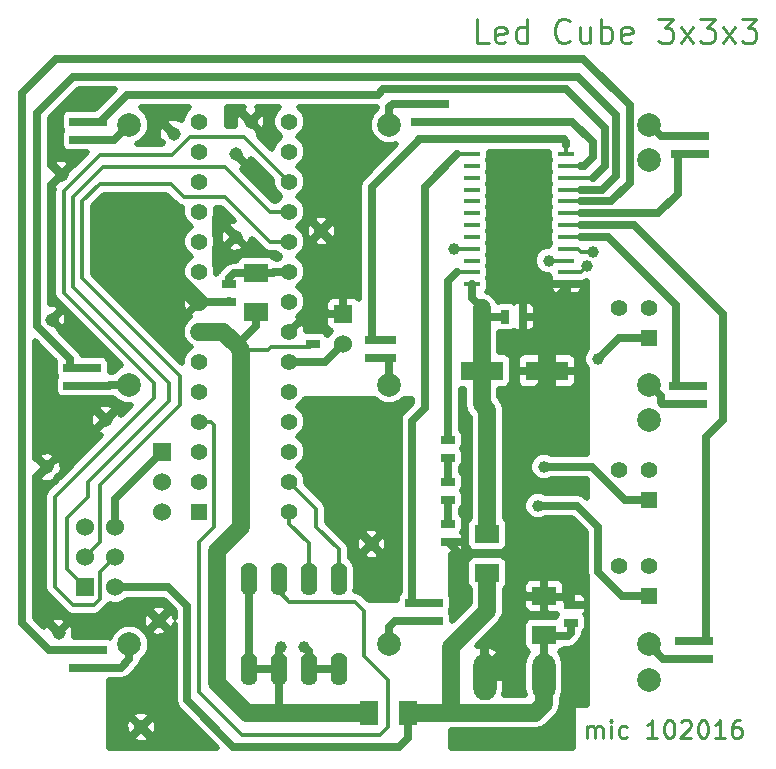
<source format=gtl>
G04 (created by PCBNEW (2013-jul-07)-stable) date śro, 2 lis 2016, 23:07:26*
%MOIN*%
G04 Gerber Fmt 3.4, Leading zero omitted, Abs format*
%FSLAX34Y34*%
G01*
G70*
G90*
G04 APERTURE LIST*
%ADD10C,0.00590551*%
%ADD11C,0.00984252*%
%ADD12R,0.055X0.055*%
%ADD13C,0.055*%
%ADD14R,0.0551X0.0138*%
%ADD15R,0.08X0.06*%
%ADD16R,0.045X0.025*%
%ADD17R,0.025X0.045*%
%ADD18C,0.0787402*%
%ADD19R,0.1417X0.063*%
%ADD20R,0.06X0.06*%
%ADD21C,0.06*%
%ADD22O,0.055X0.11*%
%ADD23O,0.078X0.156*%
%ADD24R,0.06X0.08*%
%ADD25C,0.045*%
%ADD26C,0.0393701*%
%ADD27C,0.025*%
%ADD28C,0.0590551*%
%ADD29C,0.014*%
%ADD30C,0.019685*%
G04 APERTURE END LIST*
G54D10*
G54D11*
X62707Y-49968D02*
X62707Y-49574D01*
X62707Y-49630D02*
X62735Y-49602D01*
X62791Y-49574D01*
X62875Y-49574D01*
X62932Y-49602D01*
X62960Y-49658D01*
X62960Y-49968D01*
X62960Y-49658D02*
X62988Y-49602D01*
X63044Y-49574D01*
X63128Y-49574D01*
X63185Y-49602D01*
X63213Y-49658D01*
X63213Y-49968D01*
X63494Y-49968D02*
X63494Y-49574D01*
X63494Y-49377D02*
X63466Y-49405D01*
X63494Y-49433D01*
X63522Y-49405D01*
X63494Y-49377D01*
X63494Y-49433D01*
X64028Y-49940D02*
X63972Y-49968D01*
X63860Y-49968D01*
X63803Y-49940D01*
X63775Y-49911D01*
X63747Y-49855D01*
X63747Y-49686D01*
X63775Y-49630D01*
X63803Y-49602D01*
X63860Y-49574D01*
X63972Y-49574D01*
X64028Y-49602D01*
X65041Y-49968D02*
X64703Y-49968D01*
X64872Y-49968D02*
X64872Y-49377D01*
X64816Y-49461D01*
X64759Y-49518D01*
X64703Y-49546D01*
X65406Y-49377D02*
X65462Y-49377D01*
X65519Y-49405D01*
X65547Y-49433D01*
X65575Y-49490D01*
X65603Y-49602D01*
X65603Y-49743D01*
X65575Y-49855D01*
X65547Y-49911D01*
X65519Y-49940D01*
X65462Y-49968D01*
X65406Y-49968D01*
X65350Y-49940D01*
X65322Y-49911D01*
X65294Y-49855D01*
X65266Y-49743D01*
X65266Y-49602D01*
X65294Y-49490D01*
X65322Y-49433D01*
X65350Y-49405D01*
X65406Y-49377D01*
X65828Y-49433D02*
X65856Y-49405D01*
X65912Y-49377D01*
X66053Y-49377D01*
X66109Y-49405D01*
X66137Y-49433D01*
X66166Y-49490D01*
X66166Y-49546D01*
X66137Y-49630D01*
X65800Y-49968D01*
X66166Y-49968D01*
X66531Y-49377D02*
X66587Y-49377D01*
X66644Y-49405D01*
X66672Y-49433D01*
X66700Y-49490D01*
X66728Y-49602D01*
X66728Y-49743D01*
X66700Y-49855D01*
X66672Y-49911D01*
X66644Y-49940D01*
X66587Y-49968D01*
X66531Y-49968D01*
X66475Y-49940D01*
X66447Y-49911D01*
X66419Y-49855D01*
X66391Y-49743D01*
X66391Y-49602D01*
X66419Y-49490D01*
X66447Y-49433D01*
X66475Y-49405D01*
X66531Y-49377D01*
X67290Y-49968D02*
X66953Y-49968D01*
X67122Y-49968D02*
X67122Y-49377D01*
X67065Y-49461D01*
X67009Y-49518D01*
X66953Y-49546D01*
X67797Y-49377D02*
X67684Y-49377D01*
X67628Y-49405D01*
X67600Y-49433D01*
X67543Y-49518D01*
X67515Y-49630D01*
X67515Y-49855D01*
X67543Y-49911D01*
X67572Y-49940D01*
X67628Y-49968D01*
X67740Y-49968D01*
X67797Y-49940D01*
X67825Y-49911D01*
X67853Y-49855D01*
X67853Y-49715D01*
X67825Y-49658D01*
X67797Y-49630D01*
X67740Y-49602D01*
X67628Y-49602D01*
X67572Y-49630D01*
X67543Y-49658D01*
X67515Y-49715D01*
X59410Y-26797D02*
X59035Y-26797D01*
X59035Y-26010D01*
X59972Y-26760D02*
X59897Y-26797D01*
X59747Y-26797D01*
X59672Y-26760D01*
X59635Y-26685D01*
X59635Y-26385D01*
X59672Y-26310D01*
X59747Y-26272D01*
X59897Y-26272D01*
X59972Y-26310D01*
X60010Y-26385D01*
X60010Y-26460D01*
X59635Y-26535D01*
X60685Y-26797D02*
X60685Y-26010D01*
X60685Y-26760D02*
X60610Y-26797D01*
X60460Y-26797D01*
X60385Y-26760D01*
X60347Y-26722D01*
X60310Y-26647D01*
X60310Y-26422D01*
X60347Y-26347D01*
X60385Y-26310D01*
X60460Y-26272D01*
X60610Y-26272D01*
X60685Y-26310D01*
X62110Y-26722D02*
X62072Y-26760D01*
X61960Y-26797D01*
X61885Y-26797D01*
X61772Y-26760D01*
X61697Y-26685D01*
X61660Y-26610D01*
X61622Y-26460D01*
X61622Y-26347D01*
X61660Y-26197D01*
X61697Y-26122D01*
X61772Y-26047D01*
X61885Y-26010D01*
X61960Y-26010D01*
X62072Y-26047D01*
X62110Y-26085D01*
X62785Y-26272D02*
X62785Y-26797D01*
X62447Y-26272D02*
X62447Y-26685D01*
X62485Y-26760D01*
X62560Y-26797D01*
X62672Y-26797D01*
X62747Y-26760D01*
X62785Y-26722D01*
X63159Y-26797D02*
X63159Y-26010D01*
X63159Y-26310D02*
X63234Y-26272D01*
X63384Y-26272D01*
X63459Y-26310D01*
X63497Y-26347D01*
X63534Y-26422D01*
X63534Y-26647D01*
X63497Y-26722D01*
X63459Y-26760D01*
X63384Y-26797D01*
X63234Y-26797D01*
X63159Y-26760D01*
X64172Y-26760D02*
X64097Y-26797D01*
X63947Y-26797D01*
X63872Y-26760D01*
X63834Y-26685D01*
X63834Y-26385D01*
X63872Y-26310D01*
X63947Y-26272D01*
X64097Y-26272D01*
X64172Y-26310D01*
X64209Y-26385D01*
X64209Y-26460D01*
X63834Y-26535D01*
X65072Y-26010D02*
X65559Y-26010D01*
X65297Y-26310D01*
X65409Y-26310D01*
X65484Y-26347D01*
X65522Y-26385D01*
X65559Y-26460D01*
X65559Y-26647D01*
X65522Y-26722D01*
X65484Y-26760D01*
X65409Y-26797D01*
X65184Y-26797D01*
X65109Y-26760D01*
X65072Y-26722D01*
X65822Y-26797D02*
X66234Y-26272D01*
X65822Y-26272D02*
X66234Y-26797D01*
X66459Y-26010D02*
X66946Y-26010D01*
X66684Y-26310D01*
X66797Y-26310D01*
X66871Y-26347D01*
X66909Y-26385D01*
X66946Y-26460D01*
X66946Y-26647D01*
X66909Y-26722D01*
X66871Y-26760D01*
X66797Y-26797D01*
X66572Y-26797D01*
X66497Y-26760D01*
X66459Y-26722D01*
X67209Y-26797D02*
X67621Y-26272D01*
X67209Y-26272D02*
X67621Y-26797D01*
X67846Y-26010D02*
X68334Y-26010D01*
X68071Y-26310D01*
X68184Y-26310D01*
X68259Y-26347D01*
X68296Y-26385D01*
X68334Y-26460D01*
X68334Y-26647D01*
X68296Y-26722D01*
X68259Y-26760D01*
X68184Y-26797D01*
X67959Y-26797D01*
X67884Y-26760D01*
X67846Y-26722D01*
G54D12*
X64766Y-36629D03*
G54D13*
X64766Y-35629D03*
X63766Y-35629D03*
G54D12*
X64766Y-42029D03*
G54D13*
X64766Y-41029D03*
X63766Y-41029D03*
G54D12*
X64766Y-45229D03*
G54D13*
X64766Y-44229D03*
X63766Y-44229D03*
G54D14*
X62007Y-34842D03*
X62007Y-34448D03*
X62007Y-34055D03*
X62007Y-33661D03*
X62007Y-33267D03*
X62007Y-32874D03*
X62007Y-32480D03*
X62007Y-32086D03*
X62007Y-31692D03*
X62007Y-31299D03*
X62007Y-30905D03*
X62007Y-30511D03*
X58858Y-30511D03*
X58858Y-30905D03*
X58858Y-31299D03*
X58858Y-31692D03*
X58858Y-32086D03*
X58858Y-32480D03*
X58858Y-32874D03*
X58858Y-33267D03*
X58858Y-33661D03*
X58858Y-34055D03*
X58858Y-34448D03*
X58858Y-34842D03*
G54D15*
X51666Y-35779D03*
X51666Y-34479D03*
G54D16*
X58066Y-40629D03*
X58066Y-40029D03*
X58066Y-41429D03*
X58066Y-42029D03*
X58066Y-43429D03*
X58066Y-42829D03*
X50766Y-34829D03*
X50766Y-35429D03*
X53566Y-37429D03*
X53566Y-36829D03*
X56862Y-45463D03*
X56862Y-46063D03*
X46466Y-47029D03*
X46466Y-47629D03*
X57662Y-45463D03*
X57662Y-46063D03*
X45666Y-47029D03*
X45666Y-47629D03*
X46266Y-37629D03*
X46266Y-38229D03*
X65866Y-46724D03*
X65866Y-47324D03*
X45466Y-37629D03*
X45466Y-38229D03*
X66666Y-46724D03*
X66666Y-47324D03*
X66469Y-38222D03*
X66469Y-38822D03*
X56102Y-36707D03*
X56102Y-37307D03*
X65669Y-38222D03*
X65669Y-38822D03*
X55511Y-36707D03*
X55511Y-37307D03*
X46466Y-29429D03*
X46466Y-30029D03*
G54D17*
X60566Y-35929D03*
X59966Y-35929D03*
G54D16*
X66511Y-30508D03*
X66511Y-29908D03*
X65711Y-30508D03*
X65711Y-29908D03*
X45666Y-29429D03*
X45666Y-30029D03*
X57066Y-29429D03*
X57066Y-28829D03*
X57866Y-29429D03*
X57866Y-28829D03*
G54D18*
X47440Y-46850D03*
X56102Y-46850D03*
X64763Y-46850D03*
X47440Y-38188D03*
X56102Y-38188D03*
X64763Y-38188D03*
X47440Y-29527D03*
X56102Y-29527D03*
X64763Y-29527D03*
X64763Y-30708D03*
X64763Y-39370D03*
X64763Y-48031D03*
G54D13*
X49766Y-41429D03*
X49766Y-40429D03*
X49766Y-39429D03*
X49766Y-38429D03*
X49766Y-37429D03*
X49766Y-36429D03*
X49766Y-35429D03*
X49766Y-34429D03*
X49766Y-33429D03*
X49766Y-32429D03*
X49766Y-31429D03*
X49766Y-30429D03*
X49766Y-29429D03*
G54D12*
X49766Y-42429D03*
G54D13*
X52766Y-29429D03*
X52766Y-30429D03*
X52766Y-31429D03*
X52766Y-32429D03*
X52766Y-33429D03*
X52766Y-34429D03*
X52766Y-35429D03*
X52766Y-36429D03*
X52766Y-37429D03*
X52766Y-38429D03*
X52766Y-39429D03*
X52766Y-40429D03*
X52766Y-41429D03*
X52766Y-42429D03*
G54D19*
X59183Y-37729D03*
X61349Y-37729D03*
G54D20*
X48523Y-40437D03*
G54D21*
X48523Y-41437D03*
X48523Y-42437D03*
G54D20*
X45966Y-44929D03*
G54D21*
X46966Y-44929D03*
X45966Y-43929D03*
X46966Y-43929D03*
X45966Y-42929D03*
X46966Y-42929D03*
G54D22*
X51416Y-47679D03*
X52416Y-47679D03*
X53416Y-47679D03*
X54416Y-47679D03*
X54416Y-44679D03*
X53416Y-44679D03*
X52416Y-44679D03*
X51416Y-44679D03*
G54D23*
X61256Y-47929D03*
X59276Y-47929D03*
G54D20*
X54566Y-35829D03*
G54D21*
X54566Y-36829D03*
G54D24*
X56716Y-49129D03*
X55416Y-49129D03*
G54D15*
X59366Y-44479D03*
X59366Y-43179D03*
G54D25*
X51476Y-29429D03*
X48917Y-29822D03*
X50984Y-33267D03*
X44842Y-36023D03*
X45177Y-31200D03*
X50984Y-30511D03*
G54D16*
X62166Y-45529D03*
X62166Y-46129D03*
G54D15*
X61266Y-46529D03*
X61266Y-45229D03*
G54D25*
X45078Y-46456D03*
X47834Y-49606D03*
X46653Y-39370D03*
X48425Y-46062D03*
X53838Y-33070D03*
X44685Y-40944D03*
X55511Y-43503D03*
G54D26*
X52480Y-46929D03*
X61417Y-34055D03*
X53267Y-46929D03*
X47366Y-33629D03*
X62893Y-33759D03*
X61266Y-40929D03*
X61066Y-42229D03*
X63066Y-37329D03*
X58267Y-33661D03*
X62696Y-34251D03*
G54D27*
X62166Y-46129D02*
X62166Y-46479D01*
X62066Y-46579D02*
X61266Y-46579D01*
X62166Y-46479D02*
X62066Y-46579D01*
X61266Y-46579D02*
X61266Y-47029D01*
X61256Y-47039D02*
X61256Y-47929D01*
X61266Y-47029D02*
X61256Y-47039D01*
X46966Y-44929D02*
X48738Y-44929D01*
X56716Y-49979D02*
X56716Y-49129D01*
X56438Y-50256D02*
X56716Y-49979D01*
X50908Y-50256D02*
X56438Y-50256D01*
X49366Y-48714D02*
X50908Y-50256D01*
X49366Y-45556D02*
X49366Y-48714D01*
X48738Y-44929D02*
X49366Y-45556D01*
G54D28*
X58166Y-49129D02*
X58166Y-46929D01*
X58166Y-46929D02*
X59366Y-45729D01*
X59366Y-45729D02*
X59366Y-44479D01*
X58166Y-49129D02*
X58166Y-49029D01*
X58166Y-49029D02*
X58166Y-49129D01*
X56716Y-49129D02*
X58166Y-49129D01*
X58166Y-49129D02*
X58866Y-49129D01*
X58866Y-49129D02*
X60966Y-49129D01*
X60966Y-49129D02*
X61256Y-48839D01*
X61256Y-48839D02*
X61256Y-47929D01*
G54D27*
X51666Y-34479D02*
X50916Y-34479D01*
X50766Y-34629D02*
X50766Y-34829D01*
X50916Y-34479D02*
X50766Y-34629D01*
X52766Y-34429D02*
X52266Y-34429D01*
X52216Y-34479D02*
X51666Y-34479D01*
X52266Y-34429D02*
X52216Y-34479D01*
X46466Y-47629D02*
X45666Y-47629D01*
X47440Y-46850D02*
X47440Y-47354D01*
X47166Y-47629D02*
X46466Y-47629D01*
X47440Y-47354D02*
X47166Y-47629D01*
X57662Y-46063D02*
X56862Y-46063D01*
X56862Y-46063D02*
X56298Y-46063D01*
X56298Y-46063D02*
X56102Y-46259D01*
X56102Y-46259D02*
X56102Y-46850D01*
X65866Y-47324D02*
X66666Y-47324D01*
X64763Y-46850D02*
X65237Y-47324D01*
X65237Y-47324D02*
X65866Y-47324D01*
X46266Y-38229D02*
X45466Y-38229D01*
X47440Y-38188D02*
X46806Y-38188D01*
X46766Y-38229D02*
X46266Y-38229D01*
X46806Y-38188D02*
X46766Y-38229D01*
X55511Y-37307D02*
X56102Y-37307D01*
X56102Y-38188D02*
X56102Y-37307D01*
X65669Y-38822D02*
X66469Y-38822D01*
X64763Y-38188D02*
X65157Y-38582D01*
X65200Y-38822D02*
X65669Y-38822D01*
X65157Y-38779D02*
X65200Y-38822D01*
X65157Y-38582D02*
X65157Y-38779D01*
X46466Y-30029D02*
X45666Y-30029D01*
X47440Y-29527D02*
X46939Y-30029D01*
X46939Y-30029D02*
X46466Y-30029D01*
X57066Y-28829D02*
X57866Y-28829D01*
X56102Y-29527D02*
X56102Y-28937D01*
X56210Y-28829D02*
X57066Y-28829D01*
X56102Y-28937D02*
X56210Y-28829D01*
X64763Y-29527D02*
X65144Y-29908D01*
X65144Y-29908D02*
X65711Y-29908D01*
X66511Y-29908D02*
X65711Y-29908D01*
X51416Y-44679D02*
X51416Y-47679D01*
X52416Y-47679D02*
X52416Y-49129D01*
X52401Y-48976D02*
X52401Y-49129D01*
X52401Y-49114D02*
X52401Y-48976D01*
X52416Y-49129D02*
X52401Y-49114D01*
X52416Y-47679D02*
X51416Y-47679D01*
X52416Y-46993D02*
X52416Y-47679D01*
X52480Y-46929D02*
X52416Y-46993D01*
G54D28*
X55416Y-49129D02*
X52401Y-49129D01*
X52401Y-49129D02*
X51366Y-49129D01*
X50366Y-43729D02*
X51166Y-42929D01*
X50366Y-47629D02*
X50366Y-43729D01*
X51166Y-42929D02*
X51166Y-37029D01*
X50366Y-48129D02*
X50366Y-47629D01*
X51366Y-49129D02*
X50366Y-48129D01*
G54D29*
X53566Y-36829D02*
X53466Y-36929D01*
X52066Y-37029D02*
X51166Y-37029D01*
X52166Y-36929D02*
X52066Y-37029D01*
X52366Y-36929D02*
X52166Y-36929D01*
X53466Y-36929D02*
X52366Y-36929D01*
G54D27*
X51666Y-35779D02*
X51666Y-36229D01*
X51666Y-36229D02*
X51016Y-36879D01*
G54D28*
X49766Y-36429D02*
X50566Y-36429D01*
X51166Y-37029D02*
X51016Y-36879D01*
X51016Y-36879D02*
X50566Y-36429D01*
G54D29*
X61417Y-34055D02*
X62007Y-34055D01*
G54D27*
X53416Y-47679D02*
X54416Y-47679D01*
X53416Y-47077D02*
X53416Y-47679D01*
X53267Y-46929D02*
X53416Y-47077D01*
X46966Y-42929D02*
X46966Y-41994D01*
X46966Y-41994D02*
X48523Y-40437D01*
X52766Y-36429D02*
X53366Y-35829D01*
X53366Y-35829D02*
X54566Y-35829D01*
G54D28*
X49766Y-35429D02*
X47966Y-33629D01*
X47966Y-33629D02*
X47366Y-33629D01*
G54D27*
X49766Y-35429D02*
X50766Y-35429D01*
X61266Y-45279D02*
X61916Y-45279D01*
X61916Y-45279D02*
X62166Y-45529D01*
X61266Y-45279D02*
X60716Y-45279D01*
X60716Y-45279D02*
X60266Y-45279D01*
X58066Y-43429D02*
X58466Y-43829D01*
X58466Y-43829D02*
X60266Y-43829D01*
X60566Y-35929D02*
X61349Y-35929D01*
X61349Y-35929D02*
X61366Y-35929D01*
X61366Y-35929D02*
X61349Y-35929D01*
G54D28*
X61349Y-37729D02*
X61349Y-35929D01*
X61349Y-35929D02*
X61349Y-35646D01*
G54D27*
X62007Y-34987D02*
X62007Y-34842D01*
X61349Y-35646D02*
X62007Y-34987D01*
G54D28*
X60266Y-39329D02*
X61349Y-38246D01*
X61349Y-38246D02*
X61349Y-37729D01*
X59276Y-47929D02*
X60266Y-46939D01*
X60266Y-46939D02*
X60266Y-45279D01*
X60266Y-45279D02*
X60266Y-43829D01*
X60266Y-43829D02*
X60266Y-39329D01*
X60266Y-39329D02*
X60266Y-39429D01*
G54D29*
X51968Y-32283D02*
X52114Y-32429D01*
X45366Y-44329D02*
X45366Y-42629D01*
X45366Y-42629D02*
X46066Y-41929D01*
X46066Y-41929D02*
X46066Y-41429D01*
X46066Y-41429D02*
X48766Y-38729D01*
X48766Y-38729D02*
X48766Y-38129D01*
X48766Y-38129D02*
X45566Y-34929D01*
X45566Y-34929D02*
X45566Y-31929D01*
X45566Y-31929D02*
X46566Y-30929D01*
X46566Y-30929D02*
X50614Y-30929D01*
X50614Y-30929D02*
X51968Y-32283D01*
X45966Y-44929D02*
X45366Y-44329D01*
X52114Y-32429D02*
X52766Y-32429D01*
X46966Y-43929D02*
X46466Y-44429D01*
X51266Y-29929D02*
X52766Y-31429D01*
X49466Y-29929D02*
X51266Y-29929D01*
X48866Y-30529D02*
X49466Y-29929D01*
X46466Y-30529D02*
X48866Y-30529D01*
X45266Y-31729D02*
X46466Y-30529D01*
X45266Y-35129D02*
X45266Y-31729D01*
X48266Y-38129D02*
X45266Y-35129D01*
X48266Y-38629D02*
X48266Y-38129D01*
X44966Y-41929D02*
X48266Y-38629D01*
X44966Y-44929D02*
X44966Y-41929D01*
X45566Y-45529D02*
X44966Y-44929D01*
X46266Y-45529D02*
X45566Y-45529D01*
X46466Y-45329D02*
X46266Y-45529D01*
X46466Y-44429D02*
X46466Y-45329D01*
X51968Y-33267D02*
X52129Y-33429D01*
X46456Y-43438D02*
X46456Y-41535D01*
X46456Y-41535D02*
X49114Y-38877D01*
X49114Y-38877D02*
X49114Y-37893D01*
X49114Y-37893D02*
X45869Y-34648D01*
X45869Y-34648D02*
X45869Y-32083D01*
X45869Y-32083D02*
X46456Y-31496D01*
X46456Y-31496D02*
X48818Y-31496D01*
X48818Y-31496D02*
X49251Y-31929D01*
X49251Y-31929D02*
X50629Y-31929D01*
X50629Y-31929D02*
X51968Y-33267D01*
X45966Y-43929D02*
X46456Y-43438D01*
X52129Y-33429D02*
X52766Y-33429D01*
X62401Y-33661D02*
X62007Y-33661D01*
X62500Y-33759D02*
X62401Y-33661D01*
X62893Y-33759D02*
X62500Y-33759D01*
G54D27*
X52766Y-37429D02*
X53566Y-37429D01*
X53566Y-37429D02*
X53966Y-37429D01*
X53966Y-37429D02*
X54566Y-36829D01*
X61266Y-40929D02*
X62866Y-40929D01*
X63966Y-42029D02*
X64766Y-42029D01*
X62866Y-40929D02*
X63966Y-42029D01*
X61066Y-42229D02*
X62366Y-42229D01*
X62366Y-42229D02*
X63066Y-42929D01*
X63066Y-42929D02*
X63066Y-44429D01*
X63066Y-44429D02*
X63866Y-45229D01*
X63866Y-45229D02*
X64766Y-45229D01*
G54D28*
X59366Y-43179D02*
X59366Y-39629D01*
X59366Y-39029D02*
X59183Y-38846D01*
X59183Y-38846D02*
X59183Y-37729D01*
X59366Y-39629D02*
X59366Y-39029D01*
G54D27*
X59183Y-35929D02*
X59966Y-35929D01*
G54D28*
X59183Y-37729D02*
X59183Y-35929D01*
X59183Y-35929D02*
X59183Y-35646D01*
G54D27*
X58858Y-35321D02*
X58858Y-34842D01*
X59183Y-35646D02*
X58858Y-35321D01*
X63766Y-36629D02*
X64766Y-36629D01*
X63066Y-37329D02*
X63766Y-36629D01*
X58066Y-40029D02*
X58066Y-34748D01*
G54D29*
X58366Y-34448D02*
X58858Y-34448D01*
G54D27*
X58066Y-34748D02*
X58366Y-34448D01*
X58066Y-42829D02*
X58066Y-42029D01*
X58066Y-41429D02*
X58066Y-40629D01*
G54D29*
X58267Y-33661D02*
X58858Y-33661D01*
X52766Y-42429D02*
X52766Y-42829D01*
X53416Y-43479D02*
X53416Y-44679D01*
X52766Y-42829D02*
X53416Y-43479D01*
X52766Y-41429D02*
X53666Y-42329D01*
X54416Y-43679D02*
X54416Y-44679D01*
X53666Y-42929D02*
X54416Y-43679D01*
X53666Y-42329D02*
X53666Y-42929D01*
X62500Y-34448D02*
X62007Y-34448D01*
X62696Y-34251D02*
X62500Y-34448D01*
G54D27*
X43866Y-46129D02*
X44766Y-47029D01*
X43866Y-46129D02*
X43866Y-28456D01*
X43866Y-28456D02*
X44993Y-27329D01*
X54035Y-27329D02*
X49066Y-27329D01*
X45357Y-27329D02*
X49066Y-27329D01*
X44993Y-27329D02*
X45357Y-27329D01*
X44766Y-47029D02*
X45666Y-47029D01*
X62500Y-32086D02*
X63484Y-32086D01*
X62565Y-27329D02*
X64114Y-28877D01*
X54035Y-27329D02*
X62565Y-27329D01*
G54D29*
X62500Y-32086D02*
X62007Y-32086D01*
G54D27*
X64114Y-31456D02*
X64114Y-28877D01*
X63484Y-32086D02*
X64114Y-31456D01*
X45666Y-47029D02*
X46466Y-47029D01*
X54035Y-27329D02*
X54066Y-27329D01*
X57283Y-33562D02*
X57283Y-31594D01*
X56862Y-39396D02*
X57283Y-38976D01*
X57283Y-38976D02*
X57283Y-33562D01*
X56862Y-45463D02*
X56862Y-39396D01*
G54D29*
X58366Y-30511D02*
X58858Y-30511D01*
G54D27*
X57283Y-31594D02*
X58366Y-30511D01*
X57662Y-45463D02*
X56862Y-45463D01*
X67224Y-36417D02*
X67224Y-35826D01*
G54D29*
X62500Y-32874D02*
X62007Y-32874D01*
G54D27*
X64271Y-32874D02*
X62500Y-32874D01*
X67224Y-35826D02*
X64271Y-32874D01*
X66666Y-39928D02*
X67224Y-39370D01*
X67224Y-39370D02*
X67224Y-36417D01*
X67224Y-36417D02*
X67224Y-36318D01*
X66666Y-46724D02*
X66666Y-39928D01*
X65866Y-46724D02*
X66666Y-46724D01*
X45066Y-36929D02*
X44366Y-36229D01*
X45466Y-37629D02*
X45466Y-37329D01*
X45466Y-37329D02*
X45066Y-36929D01*
X49066Y-27929D02*
X53543Y-27929D01*
X46266Y-27929D02*
X49066Y-27929D01*
X45574Y-27929D02*
X46266Y-27929D01*
X44366Y-29137D02*
X45574Y-27929D01*
X44366Y-36229D02*
X44366Y-29137D01*
X62893Y-31692D02*
X63202Y-31692D01*
G54D29*
X62007Y-31692D02*
X62500Y-31692D01*
G54D27*
X62377Y-27929D02*
X63666Y-29217D01*
X63666Y-29217D02*
X63666Y-30839D01*
X62377Y-27929D02*
X53543Y-27929D01*
X62500Y-31692D02*
X62893Y-31692D01*
X63666Y-31229D02*
X63666Y-30839D01*
X63202Y-31692D02*
X63666Y-31229D01*
X53543Y-27929D02*
X53519Y-27929D01*
X46266Y-37629D02*
X45466Y-37629D01*
G54D29*
X62007Y-30511D02*
X62007Y-30216D01*
G54D27*
X61909Y-30019D02*
X62007Y-30118D01*
X62007Y-30118D02*
X62007Y-30216D01*
X58070Y-30019D02*
X57086Y-30019D01*
X55511Y-31594D02*
X57044Y-30062D01*
X58070Y-30019D02*
X59448Y-30019D01*
X55511Y-31594D02*
X55511Y-36707D01*
X57086Y-30019D02*
X57044Y-30062D01*
X59448Y-30019D02*
X61909Y-30019D01*
X55511Y-36707D02*
X56102Y-36707D01*
X65669Y-36729D02*
X65669Y-35532D01*
G54D29*
X62500Y-33267D02*
X62007Y-33267D01*
G54D27*
X63404Y-33267D02*
X62500Y-33267D01*
X65669Y-35532D02*
X63404Y-33267D01*
X65669Y-38222D02*
X65669Y-36729D01*
X65669Y-36729D02*
X65669Y-36668D01*
X65669Y-38222D02*
X66469Y-38222D01*
X59350Y-28346D02*
X62007Y-28346D01*
X55722Y-28529D02*
X55905Y-28346D01*
X55905Y-28346D02*
X59350Y-28346D01*
X51666Y-28529D02*
X52938Y-28529D01*
X51666Y-28529D02*
X49666Y-28529D01*
X47366Y-28529D02*
X49666Y-28529D01*
X46466Y-29429D02*
X47366Y-28529D01*
X52938Y-28529D02*
X55722Y-28529D01*
G54D29*
X62900Y-31299D02*
X62007Y-31299D01*
G54D27*
X63293Y-30905D02*
X62900Y-31299D01*
X63293Y-29632D02*
X63293Y-30905D01*
X62007Y-28346D02*
X63293Y-29632D01*
X45666Y-29429D02*
X46466Y-29429D01*
G54D29*
X62007Y-30905D02*
X62500Y-30905D01*
G54D27*
X59645Y-29429D02*
X57866Y-29429D01*
X62204Y-29429D02*
X59645Y-29429D01*
X62893Y-30118D02*
X62204Y-29429D01*
X62893Y-30610D02*
X62893Y-30118D01*
X62598Y-30905D02*
X62893Y-30610D01*
X62500Y-30905D02*
X62598Y-30905D01*
X57066Y-29429D02*
X57866Y-29429D01*
X65066Y-32480D02*
X65711Y-31835D01*
X65711Y-31835D02*
X65711Y-30508D01*
G54D29*
X62500Y-32480D02*
X62007Y-32480D01*
G54D27*
X64960Y-32480D02*
X65066Y-32480D01*
X65066Y-32480D02*
X62500Y-32480D01*
X66511Y-30508D02*
X65711Y-30508D01*
G54D29*
X49766Y-39429D02*
X50166Y-39429D01*
X52416Y-45079D02*
X52416Y-44679D01*
X52762Y-45425D02*
X52416Y-45079D01*
X54962Y-45425D02*
X52762Y-45425D01*
X55266Y-45729D02*
X54962Y-45425D01*
X55266Y-47229D02*
X55266Y-45729D01*
X56066Y-48029D02*
X55266Y-47229D01*
X56066Y-49592D02*
X56066Y-48029D01*
X55802Y-49856D02*
X56066Y-49592D01*
X51187Y-49856D02*
X55802Y-49856D01*
X49766Y-48435D02*
X51187Y-49856D01*
X49766Y-43429D02*
X49766Y-48435D01*
X50266Y-42929D02*
X49766Y-43429D01*
X50266Y-39529D02*
X50266Y-42929D01*
X50166Y-39429D02*
X50266Y-39529D01*
G54D10*
G36*
X62696Y-48872D02*
X62221Y-48872D01*
X62221Y-50295D01*
X58169Y-50295D01*
X58169Y-49719D01*
X58866Y-49719D01*
X60966Y-49719D01*
X61192Y-49674D01*
X61383Y-49546D01*
X61673Y-49256D01*
X61673Y-49256D01*
X61759Y-49128D01*
X61801Y-49065D01*
X61801Y-49065D01*
X61846Y-48839D01*
X61846Y-48839D01*
X61846Y-48666D01*
X61889Y-48602D01*
X61941Y-48340D01*
X61941Y-47518D01*
X61889Y-47255D01*
X61784Y-47099D01*
X61833Y-47079D01*
X61913Y-46999D01*
X62066Y-46999D01*
X62066Y-46999D01*
X62226Y-46967D01*
X62226Y-46967D01*
X62363Y-46876D01*
X62463Y-46776D01*
X62463Y-46776D01*
X62508Y-46708D01*
X62554Y-46639D01*
X62554Y-46639D01*
X62586Y-46479D01*
X62586Y-46479D01*
X62586Y-46476D01*
X62641Y-46421D01*
X62686Y-46313D01*
X62686Y-46195D01*
X62686Y-45945D01*
X62641Y-45837D01*
X62635Y-45831D01*
X62644Y-45822D01*
X62689Y-45713D01*
X62689Y-45345D01*
X62644Y-45235D01*
X62560Y-45151D01*
X62450Y-45105D01*
X62332Y-45105D01*
X62280Y-45105D01*
X62205Y-45180D01*
X62205Y-45489D01*
X62614Y-45489D01*
X62689Y-45415D01*
X62689Y-45345D01*
X62689Y-45713D01*
X62689Y-45643D01*
X62614Y-45568D01*
X62205Y-45568D01*
X62205Y-45576D01*
X62126Y-45576D01*
X62126Y-45568D01*
X62118Y-45568D01*
X62118Y-45489D01*
X62126Y-45489D01*
X62126Y-45180D01*
X62052Y-45105D01*
X62000Y-45105D01*
X61964Y-45105D01*
X61964Y-44870D01*
X61919Y-44760D01*
X61835Y-44676D01*
X61725Y-44630D01*
X61607Y-44630D01*
X61380Y-44630D01*
X61305Y-44705D01*
X61305Y-45189D01*
X61313Y-45189D01*
X61313Y-45268D01*
X61305Y-45268D01*
X61305Y-45752D01*
X61380Y-45827D01*
X61607Y-45827D01*
X61692Y-45827D01*
X61696Y-45831D01*
X61690Y-45836D01*
X61650Y-45933D01*
X61607Y-45933D01*
X61226Y-45933D01*
X61226Y-45752D01*
X61226Y-45268D01*
X61226Y-45189D01*
X61226Y-44705D01*
X61152Y-44630D01*
X60925Y-44630D01*
X60806Y-44630D01*
X60696Y-44676D01*
X60613Y-44760D01*
X60567Y-44870D01*
X60567Y-45115D01*
X60642Y-45189D01*
X61226Y-45189D01*
X61226Y-45268D01*
X60642Y-45268D01*
X60567Y-45343D01*
X60567Y-45588D01*
X60613Y-45697D01*
X60696Y-45781D01*
X60806Y-45827D01*
X60925Y-45827D01*
X61152Y-45827D01*
X61226Y-45752D01*
X61226Y-45933D01*
X60807Y-45933D01*
X60699Y-45978D01*
X60615Y-46061D01*
X60570Y-46170D01*
X60570Y-46287D01*
X60570Y-46887D01*
X60615Y-46996D01*
X60698Y-47079D01*
X60731Y-47093D01*
X60623Y-47255D01*
X60570Y-47518D01*
X60570Y-48340D01*
X60610Y-48538D01*
X59917Y-48538D01*
X59964Y-48358D01*
X59964Y-47968D01*
X59964Y-47889D01*
X59964Y-47499D01*
X59897Y-47239D01*
X59735Y-47024D01*
X59503Y-46888D01*
X59422Y-46866D01*
X59315Y-46926D01*
X59315Y-47889D01*
X59964Y-47889D01*
X59964Y-47968D01*
X59315Y-47968D01*
X59315Y-47976D01*
X59236Y-47976D01*
X59236Y-47968D01*
X59228Y-47968D01*
X59228Y-47889D01*
X59236Y-47889D01*
X59236Y-46926D01*
X59129Y-46866D01*
X59049Y-46888D01*
X59032Y-46897D01*
X59783Y-46146D01*
X59783Y-46146D01*
X59869Y-46018D01*
X59911Y-45955D01*
X59911Y-45955D01*
X59956Y-45729D01*
X59956Y-45729D01*
X59956Y-45006D01*
X60016Y-44946D01*
X60061Y-44838D01*
X60061Y-44720D01*
X60061Y-44120D01*
X60016Y-44012D01*
X59933Y-43928D01*
X59825Y-43883D01*
X59707Y-43883D01*
X58907Y-43883D01*
X58799Y-43928D01*
X58715Y-44011D01*
X58670Y-44120D01*
X58670Y-44237D01*
X58670Y-44837D01*
X58715Y-44946D01*
X58775Y-45006D01*
X58775Y-45484D01*
X58183Y-46076D01*
X58183Y-45880D01*
X58169Y-45846D01*
X58169Y-45681D01*
X58183Y-45647D01*
X58183Y-45530D01*
X58183Y-45280D01*
X58169Y-45246D01*
X58169Y-43841D01*
X58180Y-43852D01*
X58232Y-43852D01*
X58350Y-43852D01*
X58460Y-43806D01*
X58544Y-43722D01*
X58589Y-43613D01*
X58589Y-43543D01*
X58514Y-43468D01*
X58169Y-43468D01*
X58169Y-43389D01*
X58514Y-43389D01*
X58589Y-43315D01*
X58589Y-43245D01*
X58544Y-43135D01*
X58535Y-43126D01*
X58541Y-43121D01*
X58586Y-43013D01*
X58586Y-42895D01*
X58586Y-42645D01*
X58541Y-42537D01*
X58486Y-42481D01*
X58486Y-42376D01*
X58541Y-42321D01*
X58586Y-42213D01*
X58586Y-42095D01*
X58586Y-41845D01*
X58541Y-41737D01*
X58533Y-41729D01*
X58541Y-41721D01*
X58586Y-41613D01*
X58586Y-41495D01*
X58586Y-41245D01*
X58541Y-41137D01*
X58486Y-41081D01*
X58486Y-40976D01*
X58541Y-40921D01*
X58586Y-40813D01*
X58586Y-40695D01*
X58586Y-40445D01*
X58541Y-40337D01*
X58533Y-40329D01*
X58541Y-40321D01*
X58586Y-40213D01*
X58586Y-40095D01*
X58586Y-39845D01*
X58541Y-39737D01*
X58486Y-39681D01*
X58486Y-38339D01*
X58533Y-38339D01*
X58592Y-38339D01*
X58592Y-38846D01*
X58637Y-39072D01*
X58765Y-39263D01*
X58775Y-39273D01*
X58775Y-39629D01*
X58775Y-42652D01*
X58715Y-42711D01*
X58670Y-42820D01*
X58670Y-42937D01*
X58670Y-43537D01*
X58715Y-43646D01*
X58798Y-43729D01*
X58907Y-43774D01*
X59024Y-43774D01*
X59824Y-43774D01*
X59933Y-43729D01*
X60016Y-43646D01*
X60061Y-43538D01*
X60061Y-43420D01*
X60061Y-42820D01*
X60016Y-42712D01*
X59956Y-42652D01*
X59956Y-39629D01*
X59956Y-39029D01*
X59956Y-39029D01*
X59911Y-38803D01*
X59911Y-38803D01*
X59869Y-38739D01*
X59783Y-38611D01*
X59783Y-38611D01*
X59773Y-38601D01*
X59773Y-38339D01*
X59950Y-38339D01*
X60058Y-38294D01*
X60141Y-38211D01*
X60186Y-38103D01*
X60186Y-37985D01*
X60186Y-37355D01*
X60142Y-37247D01*
X60059Y-37163D01*
X59950Y-37118D01*
X59833Y-37118D01*
X59773Y-37118D01*
X59773Y-36445D01*
X59782Y-36449D01*
X59899Y-36449D01*
X60149Y-36449D01*
X60258Y-36404D01*
X60263Y-36398D01*
X60272Y-36407D01*
X60382Y-36452D01*
X60452Y-36452D01*
X60526Y-36377D01*
X60526Y-35968D01*
X60518Y-35968D01*
X60518Y-35889D01*
X60526Y-35889D01*
X60526Y-35480D01*
X60452Y-35405D01*
X60382Y-35405D01*
X60272Y-35450D01*
X60263Y-35459D01*
X60258Y-35453D01*
X60150Y-35408D01*
X60032Y-35408D01*
X59782Y-35408D01*
X59730Y-35430D01*
X59728Y-35420D01*
X59600Y-35228D01*
X59409Y-35100D01*
X59370Y-35092D01*
X59383Y-35078D01*
X59428Y-34970D01*
X59429Y-34853D01*
X59429Y-34715D01*
X59400Y-34645D01*
X59428Y-34576D01*
X59429Y-34459D01*
X59429Y-34321D01*
X59400Y-34251D01*
X59428Y-34183D01*
X59429Y-34065D01*
X59429Y-33927D01*
X59400Y-33858D01*
X59428Y-33789D01*
X59429Y-33671D01*
X59429Y-33533D01*
X59400Y-33464D01*
X59428Y-33395D01*
X59429Y-33278D01*
X59429Y-33140D01*
X59400Y-33070D01*
X59428Y-33002D01*
X59429Y-32884D01*
X59429Y-32746D01*
X59400Y-32677D01*
X59428Y-32608D01*
X59429Y-32490D01*
X59429Y-32352D01*
X59400Y-32283D01*
X59428Y-32214D01*
X59429Y-32097D01*
X59429Y-31959D01*
X59400Y-31889D01*
X59428Y-31820D01*
X59429Y-31703D01*
X59429Y-31565D01*
X59400Y-31496D01*
X59428Y-31427D01*
X59429Y-31309D01*
X59429Y-31171D01*
X59400Y-31102D01*
X59428Y-31033D01*
X59429Y-30916D01*
X59429Y-30778D01*
X59400Y-30708D01*
X59428Y-30639D01*
X59429Y-30522D01*
X59429Y-30439D01*
X59448Y-30439D01*
X61437Y-30439D01*
X61437Y-30501D01*
X61437Y-30639D01*
X61465Y-30708D01*
X61437Y-30777D01*
X61437Y-30894D01*
X61437Y-31032D01*
X61465Y-31102D01*
X61437Y-31171D01*
X61437Y-31288D01*
X61437Y-31426D01*
X61465Y-31496D01*
X61437Y-31564D01*
X61437Y-31682D01*
X61437Y-31820D01*
X61465Y-31889D01*
X61437Y-31958D01*
X61437Y-32076D01*
X61437Y-32214D01*
X61465Y-32283D01*
X61437Y-32352D01*
X61437Y-32469D01*
X61437Y-32607D01*
X61465Y-32677D01*
X61437Y-32746D01*
X61437Y-32863D01*
X61437Y-33001D01*
X61465Y-33070D01*
X61437Y-33139D01*
X61437Y-33257D01*
X61437Y-33395D01*
X61465Y-33464D01*
X61437Y-33533D01*
X61437Y-33563D01*
X61319Y-33562D01*
X61138Y-33637D01*
X61000Y-33775D01*
X60925Y-33956D01*
X60925Y-34152D01*
X60999Y-34333D01*
X61138Y-34472D01*
X61319Y-34547D01*
X61437Y-34547D01*
X61437Y-34576D01*
X61464Y-34641D01*
X61433Y-34714D01*
X61433Y-34733D01*
X61508Y-34808D01*
X61661Y-34808D01*
X61673Y-34813D01*
X61790Y-34813D01*
X62003Y-34813D01*
X62007Y-34814D01*
X62500Y-34814D01*
X62639Y-34786D01*
X62639Y-34786D01*
X62696Y-34748D01*
X62696Y-37002D01*
X62649Y-37050D01*
X62581Y-37212D01*
X62581Y-34970D01*
X62581Y-34951D01*
X62507Y-34877D01*
X62047Y-34877D01*
X62047Y-35135D01*
X62121Y-35209D01*
X62224Y-35209D01*
X62342Y-35209D01*
X62452Y-35164D01*
X62536Y-35080D01*
X62581Y-34970D01*
X62581Y-37212D01*
X62574Y-37230D01*
X62573Y-37426D01*
X62648Y-37607D01*
X62696Y-37655D01*
X62696Y-40508D01*
X62356Y-40508D01*
X62356Y-37985D01*
X62356Y-37473D01*
X62356Y-37354D01*
X62310Y-37244D01*
X62226Y-37160D01*
X62116Y-37115D01*
X61968Y-37115D01*
X61968Y-35135D01*
X61968Y-34877D01*
X61508Y-34877D01*
X61433Y-34951D01*
X61433Y-34970D01*
X61479Y-35080D01*
X61563Y-35164D01*
X61672Y-35209D01*
X61791Y-35209D01*
X61893Y-35209D01*
X61968Y-35135D01*
X61968Y-37115D01*
X61463Y-37115D01*
X61388Y-37190D01*
X61388Y-37689D01*
X62281Y-37689D01*
X62356Y-37615D01*
X62356Y-37473D01*
X62356Y-37985D01*
X62356Y-37843D01*
X62281Y-37768D01*
X61388Y-37768D01*
X61388Y-38267D01*
X61463Y-38342D01*
X62116Y-38342D01*
X62226Y-38297D01*
X62310Y-38213D01*
X62356Y-38103D01*
X62356Y-37985D01*
X62356Y-40508D01*
X61537Y-40508D01*
X61364Y-40437D01*
X61309Y-40437D01*
X61309Y-38267D01*
X61309Y-37768D01*
X61309Y-37689D01*
X61309Y-37190D01*
X61235Y-37115D01*
X60989Y-37115D01*
X60989Y-36095D01*
X60989Y-35763D01*
X60989Y-35644D01*
X60943Y-35534D01*
X60859Y-35450D01*
X60750Y-35405D01*
X60680Y-35405D01*
X60605Y-35480D01*
X60605Y-35889D01*
X60914Y-35889D01*
X60989Y-35815D01*
X60989Y-35763D01*
X60989Y-36095D01*
X60989Y-36043D01*
X60914Y-35968D01*
X60605Y-35968D01*
X60605Y-36377D01*
X60680Y-36452D01*
X60750Y-36452D01*
X60859Y-36407D01*
X60943Y-36323D01*
X60989Y-36213D01*
X60989Y-36095D01*
X60989Y-37115D01*
X60581Y-37115D01*
X60471Y-37160D01*
X60387Y-37244D01*
X60342Y-37354D01*
X60342Y-37473D01*
X60342Y-37615D01*
X60416Y-37689D01*
X61309Y-37689D01*
X61309Y-37768D01*
X60416Y-37768D01*
X60342Y-37843D01*
X60342Y-37985D01*
X60342Y-38103D01*
X60387Y-38213D01*
X60471Y-38297D01*
X60581Y-38342D01*
X61235Y-38342D01*
X61309Y-38267D01*
X61309Y-40437D01*
X61168Y-40436D01*
X60987Y-40511D01*
X60849Y-40650D01*
X60774Y-40830D01*
X60773Y-41026D01*
X60848Y-41207D01*
X60987Y-41346D01*
X61167Y-41421D01*
X61363Y-41421D01*
X61537Y-41349D01*
X62692Y-41349D01*
X62696Y-41354D01*
X62696Y-41965D01*
X62663Y-41931D01*
X62526Y-41840D01*
X62366Y-41808D01*
X61337Y-41808D01*
X61164Y-41737D01*
X60968Y-41736D01*
X60787Y-41811D01*
X60649Y-41950D01*
X60574Y-42130D01*
X60573Y-42326D01*
X60648Y-42507D01*
X60787Y-42646D01*
X60967Y-42721D01*
X61163Y-42721D01*
X61337Y-42649D01*
X62192Y-42649D01*
X62645Y-43103D01*
X62645Y-44429D01*
X62677Y-44589D01*
X62696Y-44618D01*
X62696Y-48872D01*
X62696Y-48872D01*
G37*
G54D30*
X62696Y-48872D02*
X62221Y-48872D01*
X62221Y-50295D01*
X58169Y-50295D01*
X58169Y-49719D01*
X58866Y-49719D01*
X60966Y-49719D01*
X61192Y-49674D01*
X61383Y-49546D01*
X61673Y-49256D01*
X61673Y-49256D01*
X61759Y-49128D01*
X61801Y-49065D01*
X61801Y-49065D01*
X61846Y-48839D01*
X61846Y-48839D01*
X61846Y-48666D01*
X61889Y-48602D01*
X61941Y-48340D01*
X61941Y-47518D01*
X61889Y-47255D01*
X61784Y-47099D01*
X61833Y-47079D01*
X61913Y-46999D01*
X62066Y-46999D01*
X62066Y-46999D01*
X62226Y-46967D01*
X62226Y-46967D01*
X62363Y-46876D01*
X62463Y-46776D01*
X62463Y-46776D01*
X62508Y-46708D01*
X62554Y-46639D01*
X62554Y-46639D01*
X62586Y-46479D01*
X62586Y-46479D01*
X62586Y-46476D01*
X62641Y-46421D01*
X62686Y-46313D01*
X62686Y-46195D01*
X62686Y-45945D01*
X62641Y-45837D01*
X62635Y-45831D01*
X62644Y-45822D01*
X62689Y-45713D01*
X62689Y-45345D01*
X62644Y-45235D01*
X62560Y-45151D01*
X62450Y-45105D01*
X62332Y-45105D01*
X62280Y-45105D01*
X62205Y-45180D01*
X62205Y-45489D01*
X62614Y-45489D01*
X62689Y-45415D01*
X62689Y-45345D01*
X62689Y-45713D01*
X62689Y-45643D01*
X62614Y-45568D01*
X62205Y-45568D01*
X62205Y-45576D01*
X62126Y-45576D01*
X62126Y-45568D01*
X62118Y-45568D01*
X62118Y-45489D01*
X62126Y-45489D01*
X62126Y-45180D01*
X62052Y-45105D01*
X62000Y-45105D01*
X61964Y-45105D01*
X61964Y-44870D01*
X61919Y-44760D01*
X61835Y-44676D01*
X61725Y-44630D01*
X61607Y-44630D01*
X61380Y-44630D01*
X61305Y-44705D01*
X61305Y-45189D01*
X61313Y-45189D01*
X61313Y-45268D01*
X61305Y-45268D01*
X61305Y-45752D01*
X61380Y-45827D01*
X61607Y-45827D01*
X61692Y-45827D01*
X61696Y-45831D01*
X61690Y-45836D01*
X61650Y-45933D01*
X61607Y-45933D01*
X61226Y-45933D01*
X61226Y-45752D01*
X61226Y-45268D01*
X61226Y-45189D01*
X61226Y-44705D01*
X61152Y-44630D01*
X60925Y-44630D01*
X60806Y-44630D01*
X60696Y-44676D01*
X60613Y-44760D01*
X60567Y-44870D01*
X60567Y-45115D01*
X60642Y-45189D01*
X61226Y-45189D01*
X61226Y-45268D01*
X60642Y-45268D01*
X60567Y-45343D01*
X60567Y-45588D01*
X60613Y-45697D01*
X60696Y-45781D01*
X60806Y-45827D01*
X60925Y-45827D01*
X61152Y-45827D01*
X61226Y-45752D01*
X61226Y-45933D01*
X60807Y-45933D01*
X60699Y-45978D01*
X60615Y-46061D01*
X60570Y-46170D01*
X60570Y-46287D01*
X60570Y-46887D01*
X60615Y-46996D01*
X60698Y-47079D01*
X60731Y-47093D01*
X60623Y-47255D01*
X60570Y-47518D01*
X60570Y-48340D01*
X60610Y-48538D01*
X59917Y-48538D01*
X59964Y-48358D01*
X59964Y-47968D01*
X59964Y-47889D01*
X59964Y-47499D01*
X59897Y-47239D01*
X59735Y-47024D01*
X59503Y-46888D01*
X59422Y-46866D01*
X59315Y-46926D01*
X59315Y-47889D01*
X59964Y-47889D01*
X59964Y-47968D01*
X59315Y-47968D01*
X59315Y-47976D01*
X59236Y-47976D01*
X59236Y-47968D01*
X59228Y-47968D01*
X59228Y-47889D01*
X59236Y-47889D01*
X59236Y-46926D01*
X59129Y-46866D01*
X59049Y-46888D01*
X59032Y-46897D01*
X59783Y-46146D01*
X59783Y-46146D01*
X59869Y-46018D01*
X59911Y-45955D01*
X59911Y-45955D01*
X59956Y-45729D01*
X59956Y-45729D01*
X59956Y-45006D01*
X60016Y-44946D01*
X60061Y-44838D01*
X60061Y-44720D01*
X60061Y-44120D01*
X60016Y-44012D01*
X59933Y-43928D01*
X59825Y-43883D01*
X59707Y-43883D01*
X58907Y-43883D01*
X58799Y-43928D01*
X58715Y-44011D01*
X58670Y-44120D01*
X58670Y-44237D01*
X58670Y-44837D01*
X58715Y-44946D01*
X58775Y-45006D01*
X58775Y-45484D01*
X58183Y-46076D01*
X58183Y-45880D01*
X58169Y-45846D01*
X58169Y-45681D01*
X58183Y-45647D01*
X58183Y-45530D01*
X58183Y-45280D01*
X58169Y-45246D01*
X58169Y-43841D01*
X58180Y-43852D01*
X58232Y-43852D01*
X58350Y-43852D01*
X58460Y-43806D01*
X58544Y-43722D01*
X58589Y-43613D01*
X58589Y-43543D01*
X58514Y-43468D01*
X58169Y-43468D01*
X58169Y-43389D01*
X58514Y-43389D01*
X58589Y-43315D01*
X58589Y-43245D01*
X58544Y-43135D01*
X58535Y-43126D01*
X58541Y-43121D01*
X58586Y-43013D01*
X58586Y-42895D01*
X58586Y-42645D01*
X58541Y-42537D01*
X58486Y-42481D01*
X58486Y-42376D01*
X58541Y-42321D01*
X58586Y-42213D01*
X58586Y-42095D01*
X58586Y-41845D01*
X58541Y-41737D01*
X58533Y-41729D01*
X58541Y-41721D01*
X58586Y-41613D01*
X58586Y-41495D01*
X58586Y-41245D01*
X58541Y-41137D01*
X58486Y-41081D01*
X58486Y-40976D01*
X58541Y-40921D01*
X58586Y-40813D01*
X58586Y-40695D01*
X58586Y-40445D01*
X58541Y-40337D01*
X58533Y-40329D01*
X58541Y-40321D01*
X58586Y-40213D01*
X58586Y-40095D01*
X58586Y-39845D01*
X58541Y-39737D01*
X58486Y-39681D01*
X58486Y-38339D01*
X58533Y-38339D01*
X58592Y-38339D01*
X58592Y-38846D01*
X58637Y-39072D01*
X58765Y-39263D01*
X58775Y-39273D01*
X58775Y-39629D01*
X58775Y-42652D01*
X58715Y-42711D01*
X58670Y-42820D01*
X58670Y-42937D01*
X58670Y-43537D01*
X58715Y-43646D01*
X58798Y-43729D01*
X58907Y-43774D01*
X59024Y-43774D01*
X59824Y-43774D01*
X59933Y-43729D01*
X60016Y-43646D01*
X60061Y-43538D01*
X60061Y-43420D01*
X60061Y-42820D01*
X60016Y-42712D01*
X59956Y-42652D01*
X59956Y-39629D01*
X59956Y-39029D01*
X59956Y-39029D01*
X59911Y-38803D01*
X59911Y-38803D01*
X59869Y-38739D01*
X59783Y-38611D01*
X59783Y-38611D01*
X59773Y-38601D01*
X59773Y-38339D01*
X59950Y-38339D01*
X60058Y-38294D01*
X60141Y-38211D01*
X60186Y-38103D01*
X60186Y-37985D01*
X60186Y-37355D01*
X60142Y-37247D01*
X60059Y-37163D01*
X59950Y-37118D01*
X59833Y-37118D01*
X59773Y-37118D01*
X59773Y-36445D01*
X59782Y-36449D01*
X59899Y-36449D01*
X60149Y-36449D01*
X60258Y-36404D01*
X60263Y-36398D01*
X60272Y-36407D01*
X60382Y-36452D01*
X60452Y-36452D01*
X60526Y-36377D01*
X60526Y-35968D01*
X60518Y-35968D01*
X60518Y-35889D01*
X60526Y-35889D01*
X60526Y-35480D01*
X60452Y-35405D01*
X60382Y-35405D01*
X60272Y-35450D01*
X60263Y-35459D01*
X60258Y-35453D01*
X60150Y-35408D01*
X60032Y-35408D01*
X59782Y-35408D01*
X59730Y-35430D01*
X59728Y-35420D01*
X59600Y-35228D01*
X59409Y-35100D01*
X59370Y-35092D01*
X59383Y-35078D01*
X59428Y-34970D01*
X59429Y-34853D01*
X59429Y-34715D01*
X59400Y-34645D01*
X59428Y-34576D01*
X59429Y-34459D01*
X59429Y-34321D01*
X59400Y-34251D01*
X59428Y-34183D01*
X59429Y-34065D01*
X59429Y-33927D01*
X59400Y-33858D01*
X59428Y-33789D01*
X59429Y-33671D01*
X59429Y-33533D01*
X59400Y-33464D01*
X59428Y-33395D01*
X59429Y-33278D01*
X59429Y-33140D01*
X59400Y-33070D01*
X59428Y-33002D01*
X59429Y-32884D01*
X59429Y-32746D01*
X59400Y-32677D01*
X59428Y-32608D01*
X59429Y-32490D01*
X59429Y-32352D01*
X59400Y-32283D01*
X59428Y-32214D01*
X59429Y-32097D01*
X59429Y-31959D01*
X59400Y-31889D01*
X59428Y-31820D01*
X59429Y-31703D01*
X59429Y-31565D01*
X59400Y-31496D01*
X59428Y-31427D01*
X59429Y-31309D01*
X59429Y-31171D01*
X59400Y-31102D01*
X59428Y-31033D01*
X59429Y-30916D01*
X59429Y-30778D01*
X59400Y-30708D01*
X59428Y-30639D01*
X59429Y-30522D01*
X59429Y-30439D01*
X59448Y-30439D01*
X61437Y-30439D01*
X61437Y-30501D01*
X61437Y-30639D01*
X61465Y-30708D01*
X61437Y-30777D01*
X61437Y-30894D01*
X61437Y-31032D01*
X61465Y-31102D01*
X61437Y-31171D01*
X61437Y-31288D01*
X61437Y-31426D01*
X61465Y-31496D01*
X61437Y-31564D01*
X61437Y-31682D01*
X61437Y-31820D01*
X61465Y-31889D01*
X61437Y-31958D01*
X61437Y-32076D01*
X61437Y-32214D01*
X61465Y-32283D01*
X61437Y-32352D01*
X61437Y-32469D01*
X61437Y-32607D01*
X61465Y-32677D01*
X61437Y-32746D01*
X61437Y-32863D01*
X61437Y-33001D01*
X61465Y-33070D01*
X61437Y-33139D01*
X61437Y-33257D01*
X61437Y-33395D01*
X61465Y-33464D01*
X61437Y-33533D01*
X61437Y-33563D01*
X61319Y-33562D01*
X61138Y-33637D01*
X61000Y-33775D01*
X60925Y-33956D01*
X60925Y-34152D01*
X60999Y-34333D01*
X61138Y-34472D01*
X61319Y-34547D01*
X61437Y-34547D01*
X61437Y-34576D01*
X61464Y-34641D01*
X61433Y-34714D01*
X61433Y-34733D01*
X61508Y-34808D01*
X61661Y-34808D01*
X61673Y-34813D01*
X61790Y-34813D01*
X62003Y-34813D01*
X62007Y-34814D01*
X62500Y-34814D01*
X62639Y-34786D01*
X62639Y-34786D01*
X62696Y-34748D01*
X62696Y-37002D01*
X62649Y-37050D01*
X62581Y-37212D01*
X62581Y-34970D01*
X62581Y-34951D01*
X62507Y-34877D01*
X62047Y-34877D01*
X62047Y-35135D01*
X62121Y-35209D01*
X62224Y-35209D01*
X62342Y-35209D01*
X62452Y-35164D01*
X62536Y-35080D01*
X62581Y-34970D01*
X62581Y-37212D01*
X62574Y-37230D01*
X62573Y-37426D01*
X62648Y-37607D01*
X62696Y-37655D01*
X62696Y-40508D01*
X62356Y-40508D01*
X62356Y-37985D01*
X62356Y-37473D01*
X62356Y-37354D01*
X62310Y-37244D01*
X62226Y-37160D01*
X62116Y-37115D01*
X61968Y-37115D01*
X61968Y-35135D01*
X61968Y-34877D01*
X61508Y-34877D01*
X61433Y-34951D01*
X61433Y-34970D01*
X61479Y-35080D01*
X61563Y-35164D01*
X61672Y-35209D01*
X61791Y-35209D01*
X61893Y-35209D01*
X61968Y-35135D01*
X61968Y-37115D01*
X61463Y-37115D01*
X61388Y-37190D01*
X61388Y-37689D01*
X62281Y-37689D01*
X62356Y-37615D01*
X62356Y-37473D01*
X62356Y-37985D01*
X62356Y-37843D01*
X62281Y-37768D01*
X61388Y-37768D01*
X61388Y-38267D01*
X61463Y-38342D01*
X62116Y-38342D01*
X62226Y-38297D01*
X62310Y-38213D01*
X62356Y-38103D01*
X62356Y-37985D01*
X62356Y-40508D01*
X61537Y-40508D01*
X61364Y-40437D01*
X61309Y-40437D01*
X61309Y-38267D01*
X61309Y-37768D01*
X61309Y-37689D01*
X61309Y-37190D01*
X61235Y-37115D01*
X60989Y-37115D01*
X60989Y-36095D01*
X60989Y-35763D01*
X60989Y-35644D01*
X60943Y-35534D01*
X60859Y-35450D01*
X60750Y-35405D01*
X60680Y-35405D01*
X60605Y-35480D01*
X60605Y-35889D01*
X60914Y-35889D01*
X60989Y-35815D01*
X60989Y-35763D01*
X60989Y-36095D01*
X60989Y-36043D01*
X60914Y-35968D01*
X60605Y-35968D01*
X60605Y-36377D01*
X60680Y-36452D01*
X60750Y-36452D01*
X60859Y-36407D01*
X60943Y-36323D01*
X60989Y-36213D01*
X60989Y-36095D01*
X60989Y-37115D01*
X60581Y-37115D01*
X60471Y-37160D01*
X60387Y-37244D01*
X60342Y-37354D01*
X60342Y-37473D01*
X60342Y-37615D01*
X60416Y-37689D01*
X61309Y-37689D01*
X61309Y-37768D01*
X60416Y-37768D01*
X60342Y-37843D01*
X60342Y-37985D01*
X60342Y-38103D01*
X60387Y-38213D01*
X60471Y-38297D01*
X60581Y-38342D01*
X61235Y-38342D01*
X61309Y-38267D01*
X61309Y-40437D01*
X61168Y-40436D01*
X60987Y-40511D01*
X60849Y-40650D01*
X60774Y-40830D01*
X60773Y-41026D01*
X60848Y-41207D01*
X60987Y-41346D01*
X61167Y-41421D01*
X61363Y-41421D01*
X61537Y-41349D01*
X62692Y-41349D01*
X62696Y-41354D01*
X62696Y-41965D01*
X62663Y-41931D01*
X62526Y-41840D01*
X62366Y-41808D01*
X61337Y-41808D01*
X61164Y-41737D01*
X60968Y-41736D01*
X60787Y-41811D01*
X60649Y-41950D01*
X60574Y-42130D01*
X60573Y-42326D01*
X60648Y-42507D01*
X60787Y-42646D01*
X60967Y-42721D01*
X61163Y-42721D01*
X61337Y-42649D01*
X62192Y-42649D01*
X62645Y-43103D01*
X62645Y-44429D01*
X62677Y-44589D01*
X62696Y-44618D01*
X62696Y-48872D01*
G54D10*
G36*
X49704Y-35546D02*
X49434Y-35816D01*
X49455Y-35924D01*
X49470Y-35930D01*
X49454Y-35941D01*
X49443Y-35945D01*
X49435Y-35953D01*
X49348Y-36011D01*
X49291Y-36097D01*
X49282Y-36105D01*
X49278Y-36116D01*
X49220Y-36203D01*
X49200Y-36304D01*
X49195Y-36315D01*
X49195Y-36326D01*
X49175Y-36429D01*
X49195Y-36530D01*
X49195Y-36542D01*
X49200Y-36552D01*
X49220Y-36655D01*
X49278Y-36741D01*
X49282Y-36751D01*
X49290Y-36759D01*
X49348Y-36846D01*
X49434Y-36904D01*
X49442Y-36912D01*
X49453Y-36916D01*
X49476Y-36931D01*
X49443Y-36945D01*
X49282Y-37105D01*
X49195Y-37315D01*
X49195Y-37458D01*
X46234Y-34497D01*
X46234Y-32234D01*
X46607Y-31861D01*
X48667Y-31861D01*
X48993Y-32187D01*
X48993Y-32187D01*
X49112Y-32266D01*
X49208Y-32285D01*
X49195Y-32315D01*
X49195Y-32542D01*
X49282Y-32751D01*
X49442Y-32912D01*
X49483Y-32929D01*
X49443Y-32945D01*
X49282Y-33105D01*
X49195Y-33315D01*
X49195Y-33542D01*
X49282Y-33751D01*
X49442Y-33912D01*
X49483Y-33929D01*
X49443Y-33945D01*
X49282Y-34105D01*
X49195Y-34315D01*
X49195Y-34542D01*
X49282Y-34751D01*
X49442Y-34912D01*
X49475Y-34925D01*
X49455Y-34934D01*
X49434Y-35041D01*
X49704Y-35312D01*
X49704Y-35423D01*
X49378Y-35097D01*
X49271Y-35118D01*
X49189Y-35331D01*
X49196Y-35559D01*
X49271Y-35740D01*
X49378Y-35760D01*
X49704Y-35434D01*
X49704Y-35546D01*
X49704Y-35546D01*
G37*
G54D30*
X49704Y-35546D02*
X49434Y-35816D01*
X49455Y-35924D01*
X49470Y-35930D01*
X49454Y-35941D01*
X49443Y-35945D01*
X49435Y-35953D01*
X49348Y-36011D01*
X49291Y-36097D01*
X49282Y-36105D01*
X49278Y-36116D01*
X49220Y-36203D01*
X49200Y-36304D01*
X49195Y-36315D01*
X49195Y-36326D01*
X49175Y-36429D01*
X49195Y-36530D01*
X49195Y-36542D01*
X49200Y-36552D01*
X49220Y-36655D01*
X49278Y-36741D01*
X49282Y-36751D01*
X49290Y-36759D01*
X49348Y-36846D01*
X49434Y-36904D01*
X49442Y-36912D01*
X49453Y-36916D01*
X49476Y-36931D01*
X49443Y-36945D01*
X49282Y-37105D01*
X49195Y-37315D01*
X49195Y-37458D01*
X46234Y-34497D01*
X46234Y-32234D01*
X46607Y-31861D01*
X48667Y-31861D01*
X48993Y-32187D01*
X48993Y-32187D01*
X49112Y-32266D01*
X49208Y-32285D01*
X49195Y-32315D01*
X49195Y-32542D01*
X49282Y-32751D01*
X49442Y-32912D01*
X49483Y-32929D01*
X49443Y-32945D01*
X49282Y-33105D01*
X49195Y-33315D01*
X49195Y-33542D01*
X49282Y-33751D01*
X49442Y-33912D01*
X49483Y-33929D01*
X49443Y-33945D01*
X49282Y-34105D01*
X49195Y-34315D01*
X49195Y-34542D01*
X49282Y-34751D01*
X49442Y-34912D01*
X49475Y-34925D01*
X49455Y-34934D01*
X49434Y-35041D01*
X49704Y-35312D01*
X49704Y-35423D01*
X49378Y-35097D01*
X49271Y-35118D01*
X49189Y-35331D01*
X49196Y-35559D01*
X49271Y-35740D01*
X49378Y-35760D01*
X49704Y-35434D01*
X49704Y-35546D01*
G54D10*
G36*
X47174Y-37553D02*
X47051Y-37604D01*
X46886Y-37768D01*
X46806Y-37768D01*
X46786Y-37772D01*
X46786Y-37695D01*
X46786Y-37445D01*
X46741Y-37337D01*
X46658Y-37253D01*
X46550Y-37208D01*
X46432Y-37208D01*
X45982Y-37208D01*
X45982Y-37208D01*
X45862Y-37208D01*
X45854Y-37168D01*
X45763Y-37031D01*
X45763Y-37031D01*
X45369Y-36637D01*
X45369Y-36109D01*
X45362Y-35901D01*
X45296Y-35742D01*
X45193Y-35728D01*
X44898Y-36023D01*
X45193Y-36319D01*
X45296Y-36304D01*
X45369Y-36109D01*
X45369Y-36637D01*
X45363Y-36631D01*
X45363Y-36631D01*
X45363Y-36631D01*
X45134Y-36402D01*
X45138Y-36374D01*
X44842Y-36079D01*
X44836Y-36084D01*
X44786Y-36034D01*
X44786Y-36024D01*
X44786Y-36023D01*
X44786Y-36023D01*
X44786Y-36012D01*
X44836Y-35962D01*
X44842Y-35967D01*
X45138Y-35672D01*
X45123Y-35569D01*
X44928Y-35496D01*
X44786Y-35501D01*
X44786Y-31490D01*
X44825Y-31496D01*
X45121Y-31200D01*
X44825Y-30905D01*
X44786Y-30910D01*
X44786Y-29311D01*
X45748Y-28349D01*
X46266Y-28349D01*
X46951Y-28349D01*
X46292Y-29008D01*
X46182Y-29008D01*
X46182Y-29008D01*
X45891Y-29008D01*
X45832Y-29008D01*
X45382Y-29008D01*
X45274Y-29053D01*
X45190Y-29136D01*
X45145Y-29245D01*
X45145Y-29362D01*
X45145Y-29612D01*
X45190Y-29721D01*
X45198Y-29729D01*
X45190Y-29736D01*
X45145Y-29845D01*
X45145Y-29962D01*
X45145Y-30212D01*
X45190Y-30321D01*
X45273Y-30404D01*
X45382Y-30449D01*
X45499Y-30449D01*
X45949Y-30449D01*
X45949Y-30449D01*
X46029Y-30449D01*
X45567Y-30910D01*
X45528Y-30905D01*
X45472Y-30960D01*
X45472Y-30849D01*
X45458Y-30747D01*
X45263Y-30674D01*
X45055Y-30681D01*
X44896Y-30747D01*
X44881Y-30849D01*
X45177Y-31145D01*
X45472Y-30849D01*
X45472Y-30960D01*
X45232Y-31200D01*
X45238Y-31206D01*
X45182Y-31262D01*
X45177Y-31256D01*
X44881Y-31552D01*
X44896Y-31654D01*
X44914Y-31661D01*
X44900Y-31729D01*
X44900Y-35129D01*
X44928Y-35268D01*
X45007Y-35387D01*
X47174Y-37553D01*
X47174Y-37553D01*
G37*
G54D30*
X47174Y-37553D02*
X47051Y-37604D01*
X46886Y-37768D01*
X46806Y-37768D01*
X46786Y-37772D01*
X46786Y-37695D01*
X46786Y-37445D01*
X46741Y-37337D01*
X46658Y-37253D01*
X46550Y-37208D01*
X46432Y-37208D01*
X45982Y-37208D01*
X45982Y-37208D01*
X45862Y-37208D01*
X45854Y-37168D01*
X45763Y-37031D01*
X45763Y-37031D01*
X45369Y-36637D01*
X45369Y-36109D01*
X45362Y-35901D01*
X45296Y-35742D01*
X45193Y-35728D01*
X44898Y-36023D01*
X45193Y-36319D01*
X45296Y-36304D01*
X45369Y-36109D01*
X45369Y-36637D01*
X45363Y-36631D01*
X45363Y-36631D01*
X45363Y-36631D01*
X45134Y-36402D01*
X45138Y-36374D01*
X44842Y-36079D01*
X44836Y-36084D01*
X44786Y-36034D01*
X44786Y-36024D01*
X44786Y-36023D01*
X44786Y-36023D01*
X44786Y-36012D01*
X44836Y-35962D01*
X44842Y-35967D01*
X45138Y-35672D01*
X45123Y-35569D01*
X44928Y-35496D01*
X44786Y-35501D01*
X44786Y-31490D01*
X44825Y-31496D01*
X45121Y-31200D01*
X44825Y-30905D01*
X44786Y-30910D01*
X44786Y-29311D01*
X45748Y-28349D01*
X46266Y-28349D01*
X46951Y-28349D01*
X46292Y-29008D01*
X46182Y-29008D01*
X46182Y-29008D01*
X45891Y-29008D01*
X45832Y-29008D01*
X45382Y-29008D01*
X45274Y-29053D01*
X45190Y-29136D01*
X45145Y-29245D01*
X45145Y-29362D01*
X45145Y-29612D01*
X45190Y-29721D01*
X45198Y-29729D01*
X45190Y-29736D01*
X45145Y-29845D01*
X45145Y-29962D01*
X45145Y-30212D01*
X45190Y-30321D01*
X45273Y-30404D01*
X45382Y-30449D01*
X45499Y-30449D01*
X45949Y-30449D01*
X45949Y-30449D01*
X46029Y-30449D01*
X45567Y-30910D01*
X45528Y-30905D01*
X45472Y-30960D01*
X45472Y-30849D01*
X45458Y-30747D01*
X45263Y-30674D01*
X45055Y-30681D01*
X44896Y-30747D01*
X44881Y-30849D01*
X45177Y-31145D01*
X45472Y-30849D01*
X45472Y-30960D01*
X45232Y-31200D01*
X45238Y-31206D01*
X45182Y-31262D01*
X45177Y-31256D01*
X44881Y-31552D01*
X44896Y-31654D01*
X44914Y-31661D01*
X44900Y-31729D01*
X44900Y-35129D01*
X44928Y-35268D01*
X45007Y-35387D01*
X47174Y-37553D01*
G54D10*
G36*
X49439Y-28949D02*
X49282Y-29105D01*
X49195Y-29315D01*
X49195Y-29368D01*
X49003Y-29296D01*
X48795Y-29303D01*
X48636Y-29369D01*
X48621Y-29471D01*
X48917Y-29767D01*
X48922Y-29761D01*
X48978Y-29817D01*
X48973Y-29822D01*
X48978Y-29828D01*
X48922Y-29884D01*
X48917Y-29878D01*
X48911Y-29884D01*
X48861Y-29833D01*
X48856Y-29828D01*
X48861Y-29822D01*
X48566Y-29527D01*
X48463Y-29541D01*
X48390Y-29736D01*
X48397Y-29944D01*
X48463Y-30103D01*
X48566Y-30118D01*
X48520Y-30163D01*
X47705Y-30163D01*
X47830Y-30111D01*
X48024Y-29918D01*
X48129Y-29665D01*
X48130Y-29391D01*
X48025Y-29137D01*
X47837Y-28949D01*
X49439Y-28949D01*
X49439Y-28949D01*
G37*
G54D30*
X49439Y-28949D02*
X49282Y-29105D01*
X49195Y-29315D01*
X49195Y-29368D01*
X49003Y-29296D01*
X48795Y-29303D01*
X48636Y-29369D01*
X48621Y-29471D01*
X48917Y-29767D01*
X48922Y-29761D01*
X48978Y-29817D01*
X48973Y-29822D01*
X48978Y-29828D01*
X48922Y-29884D01*
X48917Y-29878D01*
X48911Y-29884D01*
X48861Y-29833D01*
X48856Y-29828D01*
X48861Y-29822D01*
X48566Y-29527D01*
X48463Y-29541D01*
X48390Y-29736D01*
X48397Y-29944D01*
X48463Y-30103D01*
X48566Y-30118D01*
X48520Y-30163D01*
X47705Y-30163D01*
X47830Y-30111D01*
X48024Y-29918D01*
X48129Y-29665D01*
X48130Y-29391D01*
X48025Y-29137D01*
X47837Y-28949D01*
X49439Y-28949D01*
G54D10*
G36*
X50352Y-50295D02*
X48720Y-50295D01*
X48720Y-46414D01*
X48425Y-46118D01*
X48369Y-46174D01*
X48369Y-46062D01*
X48073Y-45767D01*
X47971Y-45782D01*
X47898Y-45977D01*
X47905Y-46185D01*
X47971Y-46343D01*
X48073Y-46358D01*
X48369Y-46062D01*
X48369Y-46174D01*
X48129Y-46414D01*
X48144Y-46516D01*
X48339Y-46589D01*
X48547Y-46582D01*
X48706Y-46516D01*
X48720Y-46414D01*
X48720Y-50295D01*
X48361Y-50295D01*
X48361Y-49692D01*
X48354Y-49484D01*
X48288Y-49325D01*
X48185Y-49310D01*
X48130Y-49366D01*
X48130Y-49255D01*
X48115Y-49152D01*
X47920Y-49079D01*
X47712Y-49086D01*
X47553Y-49152D01*
X47539Y-49255D01*
X47834Y-49550D01*
X48130Y-49255D01*
X48130Y-49366D01*
X47890Y-49606D01*
X48185Y-49901D01*
X48288Y-49887D01*
X48361Y-49692D01*
X48361Y-50295D01*
X48130Y-50295D01*
X48130Y-49957D01*
X47834Y-49661D01*
X47778Y-49717D01*
X47778Y-49606D01*
X47483Y-49310D01*
X47380Y-49325D01*
X47307Y-49520D01*
X47315Y-49728D01*
X47380Y-49887D01*
X47483Y-49901D01*
X47778Y-49606D01*
X47778Y-49717D01*
X47539Y-49957D01*
X47553Y-50060D01*
X47748Y-50133D01*
X47956Y-50125D01*
X48115Y-50060D01*
X48130Y-49957D01*
X48130Y-50295D01*
X46751Y-50295D01*
X46751Y-48049D01*
X47166Y-48049D01*
X47166Y-48049D01*
X47326Y-48017D01*
X47326Y-48017D01*
X47463Y-47926D01*
X47738Y-47651D01*
X47738Y-47651D01*
X47783Y-47583D01*
X47829Y-47515D01*
X47829Y-47515D01*
X47848Y-47416D01*
X47848Y-47416D01*
X48024Y-47241D01*
X48129Y-46988D01*
X48130Y-46713D01*
X48025Y-46460D01*
X47831Y-46266D01*
X47578Y-46161D01*
X47304Y-46161D01*
X47051Y-46265D01*
X46857Y-46459D01*
X46788Y-46624D01*
X46750Y-46608D01*
X46632Y-46608D01*
X46182Y-46608D01*
X46182Y-46608D01*
X45891Y-46608D01*
X45832Y-46608D01*
X45580Y-46608D01*
X45605Y-46542D01*
X45598Y-46334D01*
X45532Y-46175D01*
X45429Y-46161D01*
X45374Y-46216D01*
X45374Y-46105D01*
X45359Y-46002D01*
X45164Y-45929D01*
X44956Y-45937D01*
X44797Y-46002D01*
X44783Y-46105D01*
X45078Y-46401D01*
X45374Y-46105D01*
X45374Y-46216D01*
X45134Y-46456D01*
X45139Y-46462D01*
X45084Y-46517D01*
X45078Y-46512D01*
X45073Y-46517D01*
X45017Y-46462D01*
X45023Y-46456D01*
X44727Y-46161D01*
X44625Y-46175D01*
X44592Y-46261D01*
X44286Y-45955D01*
X44286Y-41233D01*
X44333Y-41240D01*
X44629Y-40944D01*
X44333Y-40649D01*
X44286Y-40656D01*
X44286Y-36743D01*
X44768Y-37226D01*
X44768Y-37226D01*
X44768Y-37226D01*
X44958Y-37415D01*
X44945Y-37445D01*
X44945Y-37562D01*
X44945Y-37812D01*
X44990Y-37921D01*
X44998Y-37929D01*
X44990Y-37936D01*
X44945Y-38045D01*
X44945Y-38162D01*
X44945Y-38412D01*
X44990Y-38521D01*
X45073Y-38604D01*
X45182Y-38649D01*
X45299Y-38649D01*
X45749Y-38649D01*
X45749Y-38649D01*
X46040Y-38649D01*
X46099Y-38649D01*
X46549Y-38649D01*
X46549Y-38649D01*
X46766Y-38649D01*
X46766Y-38649D01*
X46900Y-38622D01*
X47050Y-38772D01*
X47303Y-38877D01*
X47500Y-38878D01*
X47160Y-39218D01*
X47107Y-39089D01*
X47004Y-39074D01*
X46949Y-39130D01*
X46949Y-39018D01*
X46934Y-38916D01*
X46739Y-38843D01*
X46531Y-38850D01*
X46372Y-38916D01*
X46357Y-39018D01*
X46653Y-39314D01*
X46949Y-39018D01*
X46949Y-39130D01*
X46709Y-39370D01*
X46714Y-39375D01*
X46659Y-39431D01*
X46653Y-39425D01*
X46597Y-39481D01*
X46597Y-39370D01*
X46302Y-39074D01*
X46199Y-39089D01*
X46126Y-39284D01*
X46134Y-39492D01*
X46199Y-39651D01*
X46302Y-39665D01*
X46597Y-39370D01*
X46597Y-39481D01*
X46357Y-39721D01*
X46372Y-39823D01*
X46505Y-39873D01*
X45211Y-41166D01*
X45087Y-41291D01*
X45036Y-41240D01*
X45138Y-41225D01*
X45211Y-41030D01*
X45204Y-40822D01*
X45138Y-40663D01*
X45036Y-40649D01*
X44980Y-40704D01*
X44980Y-40593D01*
X44966Y-40491D01*
X44771Y-40418D01*
X44562Y-40425D01*
X44404Y-40491D01*
X44389Y-40593D01*
X44685Y-40889D01*
X44980Y-40593D01*
X44980Y-40704D01*
X44740Y-40944D01*
X44746Y-40950D01*
X44690Y-41006D01*
X44685Y-41000D01*
X44389Y-41296D01*
X44404Y-41398D01*
X44599Y-41471D01*
X44807Y-41464D01*
X44966Y-41398D01*
X44980Y-41296D01*
X44980Y-41296D01*
X45031Y-41347D01*
X44980Y-41398D01*
X44707Y-41670D01*
X44628Y-41789D01*
X44600Y-41929D01*
X44600Y-44929D01*
X44628Y-45068D01*
X44707Y-45187D01*
X45307Y-45787D01*
X45307Y-45787D01*
X45426Y-45866D01*
X45426Y-45866D01*
X45566Y-45894D01*
X46266Y-45894D01*
X46405Y-45866D01*
X46405Y-45866D01*
X46524Y-45787D01*
X46724Y-45587D01*
X46724Y-45587D01*
X46724Y-45587D01*
X46784Y-45498D01*
X46847Y-45524D01*
X47084Y-45524D01*
X47302Y-45434D01*
X47363Y-45374D01*
X48589Y-45374D01*
X48945Y-45730D01*
X48945Y-45974D01*
X48944Y-45940D01*
X48878Y-45782D01*
X48776Y-45767D01*
X48720Y-45823D01*
X48720Y-45711D01*
X48706Y-45609D01*
X48511Y-45536D01*
X48303Y-45543D01*
X48144Y-45609D01*
X48129Y-45711D01*
X48425Y-46007D01*
X48720Y-45711D01*
X48720Y-45823D01*
X48480Y-46062D01*
X48776Y-46358D01*
X48878Y-46343D01*
X48945Y-46165D01*
X48945Y-48714D01*
X48977Y-48875D01*
X49068Y-49011D01*
X50352Y-50295D01*
X50352Y-50295D01*
G37*
G54D30*
X50352Y-50295D02*
X48720Y-50295D01*
X48720Y-46414D01*
X48425Y-46118D01*
X48369Y-46174D01*
X48369Y-46062D01*
X48073Y-45767D01*
X47971Y-45782D01*
X47898Y-45977D01*
X47905Y-46185D01*
X47971Y-46343D01*
X48073Y-46358D01*
X48369Y-46062D01*
X48369Y-46174D01*
X48129Y-46414D01*
X48144Y-46516D01*
X48339Y-46589D01*
X48547Y-46582D01*
X48706Y-46516D01*
X48720Y-46414D01*
X48720Y-50295D01*
X48361Y-50295D01*
X48361Y-49692D01*
X48354Y-49484D01*
X48288Y-49325D01*
X48185Y-49310D01*
X48130Y-49366D01*
X48130Y-49255D01*
X48115Y-49152D01*
X47920Y-49079D01*
X47712Y-49086D01*
X47553Y-49152D01*
X47539Y-49255D01*
X47834Y-49550D01*
X48130Y-49255D01*
X48130Y-49366D01*
X47890Y-49606D01*
X48185Y-49901D01*
X48288Y-49887D01*
X48361Y-49692D01*
X48361Y-50295D01*
X48130Y-50295D01*
X48130Y-49957D01*
X47834Y-49661D01*
X47778Y-49717D01*
X47778Y-49606D01*
X47483Y-49310D01*
X47380Y-49325D01*
X47307Y-49520D01*
X47315Y-49728D01*
X47380Y-49887D01*
X47483Y-49901D01*
X47778Y-49606D01*
X47778Y-49717D01*
X47539Y-49957D01*
X47553Y-50060D01*
X47748Y-50133D01*
X47956Y-50125D01*
X48115Y-50060D01*
X48130Y-49957D01*
X48130Y-50295D01*
X46751Y-50295D01*
X46751Y-48049D01*
X47166Y-48049D01*
X47166Y-48049D01*
X47326Y-48017D01*
X47326Y-48017D01*
X47463Y-47926D01*
X47738Y-47651D01*
X47738Y-47651D01*
X47783Y-47583D01*
X47829Y-47515D01*
X47829Y-47515D01*
X47848Y-47416D01*
X47848Y-47416D01*
X48024Y-47241D01*
X48129Y-46988D01*
X48130Y-46713D01*
X48025Y-46460D01*
X47831Y-46266D01*
X47578Y-46161D01*
X47304Y-46161D01*
X47051Y-46265D01*
X46857Y-46459D01*
X46788Y-46624D01*
X46750Y-46608D01*
X46632Y-46608D01*
X46182Y-46608D01*
X46182Y-46608D01*
X45891Y-46608D01*
X45832Y-46608D01*
X45580Y-46608D01*
X45605Y-46542D01*
X45598Y-46334D01*
X45532Y-46175D01*
X45429Y-46161D01*
X45374Y-46216D01*
X45374Y-46105D01*
X45359Y-46002D01*
X45164Y-45929D01*
X44956Y-45937D01*
X44797Y-46002D01*
X44783Y-46105D01*
X45078Y-46401D01*
X45374Y-46105D01*
X45374Y-46216D01*
X45134Y-46456D01*
X45139Y-46462D01*
X45084Y-46517D01*
X45078Y-46512D01*
X45073Y-46517D01*
X45017Y-46462D01*
X45023Y-46456D01*
X44727Y-46161D01*
X44625Y-46175D01*
X44592Y-46261D01*
X44286Y-45955D01*
X44286Y-41233D01*
X44333Y-41240D01*
X44629Y-40944D01*
X44333Y-40649D01*
X44286Y-40656D01*
X44286Y-36743D01*
X44768Y-37226D01*
X44768Y-37226D01*
X44768Y-37226D01*
X44958Y-37415D01*
X44945Y-37445D01*
X44945Y-37562D01*
X44945Y-37812D01*
X44990Y-37921D01*
X44998Y-37929D01*
X44990Y-37936D01*
X44945Y-38045D01*
X44945Y-38162D01*
X44945Y-38412D01*
X44990Y-38521D01*
X45073Y-38604D01*
X45182Y-38649D01*
X45299Y-38649D01*
X45749Y-38649D01*
X45749Y-38649D01*
X46040Y-38649D01*
X46099Y-38649D01*
X46549Y-38649D01*
X46549Y-38649D01*
X46766Y-38649D01*
X46766Y-38649D01*
X46900Y-38622D01*
X47050Y-38772D01*
X47303Y-38877D01*
X47500Y-38878D01*
X47160Y-39218D01*
X47107Y-39089D01*
X47004Y-39074D01*
X46949Y-39130D01*
X46949Y-39018D01*
X46934Y-38916D01*
X46739Y-38843D01*
X46531Y-38850D01*
X46372Y-38916D01*
X46357Y-39018D01*
X46653Y-39314D01*
X46949Y-39018D01*
X46949Y-39130D01*
X46709Y-39370D01*
X46714Y-39375D01*
X46659Y-39431D01*
X46653Y-39425D01*
X46597Y-39481D01*
X46597Y-39370D01*
X46302Y-39074D01*
X46199Y-39089D01*
X46126Y-39284D01*
X46134Y-39492D01*
X46199Y-39651D01*
X46302Y-39665D01*
X46597Y-39370D01*
X46597Y-39481D01*
X46357Y-39721D01*
X46372Y-39823D01*
X46505Y-39873D01*
X45211Y-41166D01*
X45087Y-41291D01*
X45036Y-41240D01*
X45138Y-41225D01*
X45211Y-41030D01*
X45204Y-40822D01*
X45138Y-40663D01*
X45036Y-40649D01*
X44980Y-40704D01*
X44980Y-40593D01*
X44966Y-40491D01*
X44771Y-40418D01*
X44562Y-40425D01*
X44404Y-40491D01*
X44389Y-40593D01*
X44685Y-40889D01*
X44980Y-40593D01*
X44980Y-40704D01*
X44740Y-40944D01*
X44746Y-40950D01*
X44690Y-41006D01*
X44685Y-41000D01*
X44389Y-41296D01*
X44404Y-41398D01*
X44599Y-41471D01*
X44807Y-41464D01*
X44966Y-41398D01*
X44980Y-41296D01*
X44980Y-41296D01*
X45031Y-41347D01*
X44980Y-41398D01*
X44707Y-41670D01*
X44628Y-41789D01*
X44600Y-41929D01*
X44600Y-44929D01*
X44628Y-45068D01*
X44707Y-45187D01*
X45307Y-45787D01*
X45307Y-45787D01*
X45426Y-45866D01*
X45426Y-45866D01*
X45566Y-45894D01*
X46266Y-45894D01*
X46405Y-45866D01*
X46405Y-45866D01*
X46524Y-45787D01*
X46724Y-45587D01*
X46724Y-45587D01*
X46724Y-45587D01*
X46784Y-45498D01*
X46847Y-45524D01*
X47084Y-45524D01*
X47302Y-45434D01*
X47363Y-45374D01*
X48589Y-45374D01*
X48945Y-45730D01*
X48945Y-45974D01*
X48944Y-45940D01*
X48878Y-45782D01*
X48776Y-45767D01*
X48720Y-45823D01*
X48720Y-45711D01*
X48706Y-45609D01*
X48511Y-45536D01*
X48303Y-45543D01*
X48144Y-45609D01*
X48129Y-45711D01*
X48425Y-46007D01*
X48720Y-45711D01*
X48720Y-45823D01*
X48480Y-46062D01*
X48776Y-46358D01*
X48878Y-46343D01*
X48945Y-46165D01*
X48945Y-48714D01*
X48977Y-48875D01*
X49068Y-49011D01*
X50352Y-50295D01*
G54D10*
G36*
X56863Y-38802D02*
X56565Y-39099D01*
X56474Y-39236D01*
X56442Y-39396D01*
X56442Y-45116D01*
X56387Y-45171D01*
X56342Y-45279D01*
X56342Y-45374D01*
X56038Y-45374D01*
X56038Y-43589D01*
X56031Y-43381D01*
X55965Y-43222D01*
X55863Y-43208D01*
X55807Y-43264D01*
X55807Y-43152D01*
X55792Y-43050D01*
X55597Y-42977D01*
X55389Y-42984D01*
X55230Y-43050D01*
X55216Y-43152D01*
X55511Y-43448D01*
X55807Y-43152D01*
X55807Y-43264D01*
X55567Y-43503D01*
X55863Y-43799D01*
X55965Y-43784D01*
X56038Y-43589D01*
X56038Y-45374D01*
X55807Y-45374D01*
X55807Y-43855D01*
X55511Y-43559D01*
X55456Y-43615D01*
X55456Y-43503D01*
X55160Y-43208D01*
X55058Y-43222D01*
X54985Y-43417D01*
X54992Y-43626D01*
X55058Y-43784D01*
X55160Y-43799D01*
X55456Y-43503D01*
X55456Y-43615D01*
X55216Y-43855D01*
X55230Y-43957D01*
X55425Y-44030D01*
X55633Y-44023D01*
X55792Y-43957D01*
X55807Y-43855D01*
X55807Y-45374D01*
X55427Y-45374D01*
X55221Y-45167D01*
X55102Y-45088D01*
X54968Y-45061D01*
X54986Y-44970D01*
X54986Y-44387D01*
X54943Y-44169D01*
X54819Y-43984D01*
X54781Y-43958D01*
X54781Y-43679D01*
X54781Y-43679D01*
X54781Y-43679D01*
X54753Y-43539D01*
X54674Y-43420D01*
X54674Y-43420D01*
X54031Y-42777D01*
X54031Y-42329D01*
X54003Y-42189D01*
X54003Y-42189D01*
X53924Y-42070D01*
X53336Y-41482D01*
X53336Y-41316D01*
X53249Y-41106D01*
X53089Y-40945D01*
X53049Y-40929D01*
X53088Y-40912D01*
X53249Y-40752D01*
X53336Y-40543D01*
X53336Y-40316D01*
X53249Y-40106D01*
X53089Y-39945D01*
X53049Y-39929D01*
X53088Y-39912D01*
X53249Y-39752D01*
X53336Y-39543D01*
X53336Y-39316D01*
X53249Y-39106D01*
X53089Y-38945D01*
X53049Y-38929D01*
X53088Y-38912D01*
X53249Y-38752D01*
X53279Y-38681D01*
X55620Y-38681D01*
X55711Y-38772D01*
X55964Y-38877D01*
X56238Y-38878D01*
X56492Y-38773D01*
X56584Y-38681D01*
X56863Y-38681D01*
X56863Y-38802D01*
X56863Y-38802D01*
G37*
G54D30*
X56863Y-38802D02*
X56565Y-39099D01*
X56474Y-39236D01*
X56442Y-39396D01*
X56442Y-45116D01*
X56387Y-45171D01*
X56342Y-45279D01*
X56342Y-45374D01*
X56038Y-45374D01*
X56038Y-43589D01*
X56031Y-43381D01*
X55965Y-43222D01*
X55863Y-43208D01*
X55807Y-43264D01*
X55807Y-43152D01*
X55792Y-43050D01*
X55597Y-42977D01*
X55389Y-42984D01*
X55230Y-43050D01*
X55216Y-43152D01*
X55511Y-43448D01*
X55807Y-43152D01*
X55807Y-43264D01*
X55567Y-43503D01*
X55863Y-43799D01*
X55965Y-43784D01*
X56038Y-43589D01*
X56038Y-45374D01*
X55807Y-45374D01*
X55807Y-43855D01*
X55511Y-43559D01*
X55456Y-43615D01*
X55456Y-43503D01*
X55160Y-43208D01*
X55058Y-43222D01*
X54985Y-43417D01*
X54992Y-43626D01*
X55058Y-43784D01*
X55160Y-43799D01*
X55456Y-43503D01*
X55456Y-43615D01*
X55216Y-43855D01*
X55230Y-43957D01*
X55425Y-44030D01*
X55633Y-44023D01*
X55792Y-43957D01*
X55807Y-43855D01*
X55807Y-45374D01*
X55427Y-45374D01*
X55221Y-45167D01*
X55102Y-45088D01*
X54968Y-45061D01*
X54986Y-44970D01*
X54986Y-44387D01*
X54943Y-44169D01*
X54819Y-43984D01*
X54781Y-43958D01*
X54781Y-43679D01*
X54781Y-43679D01*
X54781Y-43679D01*
X54753Y-43539D01*
X54674Y-43420D01*
X54674Y-43420D01*
X54031Y-42777D01*
X54031Y-42329D01*
X54003Y-42189D01*
X54003Y-42189D01*
X53924Y-42070D01*
X53336Y-41482D01*
X53336Y-41316D01*
X53249Y-41106D01*
X53089Y-40945D01*
X53049Y-40929D01*
X53088Y-40912D01*
X53249Y-40752D01*
X53336Y-40543D01*
X53336Y-40316D01*
X53249Y-40106D01*
X53089Y-39945D01*
X53049Y-39929D01*
X53088Y-39912D01*
X53249Y-39752D01*
X53336Y-39543D01*
X53336Y-39316D01*
X53249Y-39106D01*
X53089Y-38945D01*
X53049Y-38929D01*
X53088Y-38912D01*
X53249Y-38752D01*
X53279Y-38681D01*
X55620Y-38681D01*
X55711Y-38772D01*
X55964Y-38877D01*
X56238Y-38878D01*
X56492Y-38773D01*
X56584Y-38681D01*
X56863Y-38681D01*
X56863Y-38802D01*
G54D10*
G36*
X56335Y-30176D02*
X55214Y-31297D01*
X55123Y-31433D01*
X55091Y-31594D01*
X55091Y-35332D01*
X55035Y-35276D01*
X54925Y-35230D01*
X54807Y-35230D01*
X54680Y-35230D01*
X54605Y-35305D01*
X54605Y-35789D01*
X54613Y-35789D01*
X54613Y-35868D01*
X54605Y-35868D01*
X54605Y-35876D01*
X54526Y-35876D01*
X54526Y-35868D01*
X54526Y-35789D01*
X54526Y-35305D01*
X54452Y-35230D01*
X54365Y-35230D01*
X54365Y-33156D01*
X54358Y-32948D01*
X54292Y-32789D01*
X54189Y-32775D01*
X54134Y-32830D01*
X54134Y-32719D01*
X54119Y-32617D01*
X53924Y-32544D01*
X53716Y-32551D01*
X53557Y-32617D01*
X53543Y-32719D01*
X53838Y-33015D01*
X54134Y-32719D01*
X54134Y-32830D01*
X53894Y-33070D01*
X54189Y-33366D01*
X54292Y-33351D01*
X54365Y-33156D01*
X54365Y-35230D01*
X54325Y-35230D01*
X54206Y-35230D01*
X54134Y-35260D01*
X54134Y-33422D01*
X53838Y-33126D01*
X53782Y-33182D01*
X53782Y-33070D01*
X53487Y-32775D01*
X53384Y-32789D01*
X53311Y-32984D01*
X53319Y-33193D01*
X53384Y-33351D01*
X53487Y-33366D01*
X53782Y-33070D01*
X53782Y-33182D01*
X53543Y-33422D01*
X53557Y-33524D01*
X53752Y-33597D01*
X53960Y-33590D01*
X54119Y-33524D01*
X54134Y-33422D01*
X54134Y-35260D01*
X54096Y-35276D01*
X54013Y-35360D01*
X53967Y-35470D01*
X53967Y-35715D01*
X54042Y-35789D01*
X54526Y-35789D01*
X54526Y-35868D01*
X54042Y-35868D01*
X53967Y-35943D01*
X53967Y-36188D01*
X54013Y-36297D01*
X54096Y-36381D01*
X54149Y-36403D01*
X54061Y-36491D01*
X54042Y-36538D01*
X54041Y-36537D01*
X53958Y-36453D01*
X53850Y-36408D01*
X53732Y-36408D01*
X53339Y-36408D01*
X53336Y-36298D01*
X53261Y-36118D01*
X53153Y-36097D01*
X53051Y-36199D01*
X53051Y-36088D01*
X53097Y-36041D01*
X53077Y-35934D01*
X53056Y-35926D01*
X53088Y-35912D01*
X53249Y-35752D01*
X53336Y-35543D01*
X53336Y-35316D01*
X53249Y-35106D01*
X53089Y-34945D01*
X53051Y-34930D01*
X53051Y-34928D01*
X53088Y-34912D01*
X53249Y-34752D01*
X53336Y-34543D01*
X53336Y-34316D01*
X53249Y-34106D01*
X53089Y-33945D01*
X53051Y-33930D01*
X53051Y-33928D01*
X53088Y-33912D01*
X53249Y-33752D01*
X53336Y-33543D01*
X53336Y-33316D01*
X53249Y-33106D01*
X53089Y-32945D01*
X53051Y-32930D01*
X53051Y-32928D01*
X53088Y-32912D01*
X53249Y-32752D01*
X53336Y-32543D01*
X53336Y-32316D01*
X53249Y-32106D01*
X53089Y-31945D01*
X53051Y-31930D01*
X53051Y-31928D01*
X53088Y-31912D01*
X53249Y-31752D01*
X53336Y-31543D01*
X53336Y-31316D01*
X53249Y-31106D01*
X53089Y-30945D01*
X53051Y-30930D01*
X53051Y-30928D01*
X53088Y-30912D01*
X53249Y-30752D01*
X53336Y-30543D01*
X53336Y-30316D01*
X53249Y-30106D01*
X53089Y-29945D01*
X53051Y-29930D01*
X53051Y-29928D01*
X53088Y-29912D01*
X53249Y-29752D01*
X53336Y-29543D01*
X53336Y-29316D01*
X53249Y-29106D01*
X53093Y-28949D01*
X55682Y-28949D01*
X55682Y-28973D01*
X55518Y-29136D01*
X55413Y-29389D01*
X55413Y-29664D01*
X55517Y-29917D01*
X55711Y-30111D01*
X55964Y-30216D01*
X56238Y-30216D01*
X56335Y-30176D01*
X56335Y-30176D01*
G37*
G54D30*
X56335Y-30176D02*
X55214Y-31297D01*
X55123Y-31433D01*
X55091Y-31594D01*
X55091Y-35332D01*
X55035Y-35276D01*
X54925Y-35230D01*
X54807Y-35230D01*
X54680Y-35230D01*
X54605Y-35305D01*
X54605Y-35789D01*
X54613Y-35789D01*
X54613Y-35868D01*
X54605Y-35868D01*
X54605Y-35876D01*
X54526Y-35876D01*
X54526Y-35868D01*
X54526Y-35789D01*
X54526Y-35305D01*
X54452Y-35230D01*
X54365Y-35230D01*
X54365Y-33156D01*
X54358Y-32948D01*
X54292Y-32789D01*
X54189Y-32775D01*
X54134Y-32830D01*
X54134Y-32719D01*
X54119Y-32617D01*
X53924Y-32544D01*
X53716Y-32551D01*
X53557Y-32617D01*
X53543Y-32719D01*
X53838Y-33015D01*
X54134Y-32719D01*
X54134Y-32830D01*
X53894Y-33070D01*
X54189Y-33366D01*
X54292Y-33351D01*
X54365Y-33156D01*
X54365Y-35230D01*
X54325Y-35230D01*
X54206Y-35230D01*
X54134Y-35260D01*
X54134Y-33422D01*
X53838Y-33126D01*
X53782Y-33182D01*
X53782Y-33070D01*
X53487Y-32775D01*
X53384Y-32789D01*
X53311Y-32984D01*
X53319Y-33193D01*
X53384Y-33351D01*
X53487Y-33366D01*
X53782Y-33070D01*
X53782Y-33182D01*
X53543Y-33422D01*
X53557Y-33524D01*
X53752Y-33597D01*
X53960Y-33590D01*
X54119Y-33524D01*
X54134Y-33422D01*
X54134Y-35260D01*
X54096Y-35276D01*
X54013Y-35360D01*
X53967Y-35470D01*
X53967Y-35715D01*
X54042Y-35789D01*
X54526Y-35789D01*
X54526Y-35868D01*
X54042Y-35868D01*
X53967Y-35943D01*
X53967Y-36188D01*
X54013Y-36297D01*
X54096Y-36381D01*
X54149Y-36403D01*
X54061Y-36491D01*
X54042Y-36538D01*
X54041Y-36537D01*
X53958Y-36453D01*
X53850Y-36408D01*
X53732Y-36408D01*
X53339Y-36408D01*
X53336Y-36298D01*
X53261Y-36118D01*
X53153Y-36097D01*
X53051Y-36199D01*
X53051Y-36088D01*
X53097Y-36041D01*
X53077Y-35934D01*
X53056Y-35926D01*
X53088Y-35912D01*
X53249Y-35752D01*
X53336Y-35543D01*
X53336Y-35316D01*
X53249Y-35106D01*
X53089Y-34945D01*
X53051Y-34930D01*
X53051Y-34928D01*
X53088Y-34912D01*
X53249Y-34752D01*
X53336Y-34543D01*
X53336Y-34316D01*
X53249Y-34106D01*
X53089Y-33945D01*
X53051Y-33930D01*
X53051Y-33928D01*
X53088Y-33912D01*
X53249Y-33752D01*
X53336Y-33543D01*
X53336Y-33316D01*
X53249Y-33106D01*
X53089Y-32945D01*
X53051Y-32930D01*
X53051Y-32928D01*
X53088Y-32912D01*
X53249Y-32752D01*
X53336Y-32543D01*
X53336Y-32316D01*
X53249Y-32106D01*
X53089Y-31945D01*
X53051Y-31930D01*
X53051Y-31928D01*
X53088Y-31912D01*
X53249Y-31752D01*
X53336Y-31543D01*
X53336Y-31316D01*
X53249Y-31106D01*
X53089Y-30945D01*
X53051Y-30930D01*
X53051Y-30928D01*
X53088Y-30912D01*
X53249Y-30752D01*
X53336Y-30543D01*
X53336Y-30316D01*
X53249Y-30106D01*
X53089Y-29945D01*
X53051Y-29930D01*
X53051Y-29928D01*
X53088Y-29912D01*
X53249Y-29752D01*
X53336Y-29543D01*
X53336Y-29316D01*
X53249Y-29106D01*
X53093Y-28949D01*
X55682Y-28949D01*
X55682Y-28973D01*
X55518Y-29136D01*
X55413Y-29389D01*
X55413Y-29664D01*
X55517Y-29917D01*
X55711Y-30111D01*
X55964Y-30216D01*
X56238Y-30216D01*
X56335Y-30176D01*
G54D10*
G36*
X50813Y-35468D02*
X50805Y-35468D01*
X50805Y-35476D01*
X50726Y-35476D01*
X50726Y-35468D01*
X50718Y-35468D01*
X50718Y-35389D01*
X50726Y-35389D01*
X50726Y-35381D01*
X50805Y-35381D01*
X50805Y-35389D01*
X50813Y-35389D01*
X50813Y-35468D01*
X50813Y-35468D01*
G37*
G54D30*
X50813Y-35468D02*
X50805Y-35468D01*
X50805Y-35476D01*
X50726Y-35476D01*
X50726Y-35468D01*
X50718Y-35468D01*
X50718Y-35389D01*
X50726Y-35389D01*
X50726Y-35381D01*
X50805Y-35381D01*
X50805Y-35389D01*
X50813Y-35389D01*
X50813Y-35468D01*
G54D10*
G36*
X52460Y-29938D02*
X52443Y-29945D01*
X52282Y-30105D01*
X52195Y-30315D01*
X52195Y-30342D01*
X52003Y-30149D01*
X52003Y-29515D01*
X51995Y-29306D01*
X51930Y-29148D01*
X51827Y-29133D01*
X51532Y-29429D01*
X51827Y-29724D01*
X51930Y-29710D01*
X52003Y-29515D01*
X52003Y-30149D01*
X51742Y-29888D01*
X51757Y-29882D01*
X51771Y-29780D01*
X51476Y-29484D01*
X51470Y-29490D01*
X51415Y-29434D01*
X51420Y-29429D01*
X51125Y-29133D01*
X51022Y-29148D01*
X50949Y-29343D01*
X50956Y-29551D01*
X50962Y-29563D01*
X50688Y-29563D01*
X50688Y-28949D01*
X51258Y-28949D01*
X51195Y-28975D01*
X51180Y-29077D01*
X51476Y-29373D01*
X51771Y-29077D01*
X51757Y-28975D01*
X51687Y-28949D01*
X52439Y-28949D01*
X52282Y-29105D01*
X52195Y-29315D01*
X52195Y-29542D01*
X52282Y-29751D01*
X52442Y-29912D01*
X52460Y-29919D01*
X52460Y-29938D01*
X52460Y-29938D01*
G37*
G54D30*
X52460Y-29938D02*
X52443Y-29945D01*
X52282Y-30105D01*
X52195Y-30315D01*
X52195Y-30342D01*
X52003Y-30149D01*
X52003Y-29515D01*
X51995Y-29306D01*
X51930Y-29148D01*
X51827Y-29133D01*
X51532Y-29429D01*
X51827Y-29724D01*
X51930Y-29710D01*
X52003Y-29515D01*
X52003Y-30149D01*
X51742Y-29888D01*
X51757Y-29882D01*
X51771Y-29780D01*
X51476Y-29484D01*
X51470Y-29490D01*
X51415Y-29434D01*
X51420Y-29429D01*
X51125Y-29133D01*
X51022Y-29148D01*
X50949Y-29343D01*
X50956Y-29551D01*
X50962Y-29563D01*
X50688Y-29563D01*
X50688Y-28949D01*
X51258Y-28949D01*
X51195Y-28975D01*
X51180Y-29077D01*
X51476Y-29373D01*
X51771Y-29077D01*
X51757Y-28975D01*
X51687Y-28949D01*
X52439Y-28949D01*
X52282Y-29105D01*
X52195Y-29315D01*
X52195Y-29542D01*
X52282Y-29751D01*
X52442Y-29912D01*
X52460Y-29919D01*
X52460Y-29938D01*
G54D10*
G36*
X52460Y-31938D02*
X52443Y-31945D01*
X52324Y-32063D01*
X52265Y-32063D01*
X52226Y-32025D01*
X52226Y-32025D01*
X51195Y-30994D01*
X51265Y-30965D01*
X51279Y-30863D01*
X50984Y-30567D01*
X50978Y-30573D01*
X50923Y-30517D01*
X50928Y-30511D01*
X50923Y-30506D01*
X50978Y-30450D01*
X50984Y-30456D01*
X50989Y-30450D01*
X51045Y-30506D01*
X51039Y-30511D01*
X51335Y-30807D01*
X51437Y-30792D01*
X51485Y-30665D01*
X52195Y-31375D01*
X52195Y-31542D01*
X52282Y-31751D01*
X52442Y-31912D01*
X52460Y-31919D01*
X52460Y-31938D01*
X52460Y-31938D01*
G37*
G54D30*
X52460Y-31938D02*
X52443Y-31945D01*
X52324Y-32063D01*
X52265Y-32063D01*
X52226Y-32025D01*
X52226Y-32025D01*
X51195Y-30994D01*
X51265Y-30965D01*
X51279Y-30863D01*
X50984Y-30567D01*
X50978Y-30573D01*
X50923Y-30517D01*
X50928Y-30511D01*
X50923Y-30506D01*
X50978Y-30450D01*
X50984Y-30456D01*
X50989Y-30450D01*
X51045Y-30506D01*
X51039Y-30511D01*
X51335Y-30807D01*
X51437Y-30792D01*
X51485Y-30665D01*
X52195Y-31375D01*
X52195Y-31542D01*
X52282Y-31751D01*
X52442Y-31912D01*
X52460Y-31919D01*
X52460Y-31938D01*
G54D10*
G36*
X52460Y-33938D02*
X52443Y-33945D01*
X52379Y-34008D01*
X52313Y-34008D01*
X52233Y-33928D01*
X52125Y-33883D01*
X52007Y-33883D01*
X51279Y-33883D01*
X51279Y-33618D01*
X50984Y-33323D01*
X50928Y-33379D01*
X50928Y-33267D01*
X50632Y-32972D01*
X50530Y-32986D01*
X50457Y-33181D01*
X50464Y-33389D01*
X50530Y-33548D01*
X50632Y-33563D01*
X50928Y-33267D01*
X50928Y-33379D01*
X50688Y-33618D01*
X50703Y-33721D01*
X50898Y-33794D01*
X51106Y-33787D01*
X51265Y-33721D01*
X51279Y-33618D01*
X51279Y-33883D01*
X51207Y-33883D01*
X51099Y-33928D01*
X51015Y-34011D01*
X50996Y-34058D01*
X50916Y-34058D01*
X50755Y-34090D01*
X50687Y-34136D01*
X50618Y-34181D01*
X50468Y-34331D01*
X50392Y-34445D01*
X50374Y-34453D01*
X50336Y-34491D01*
X50336Y-34316D01*
X50295Y-34216D01*
X50295Y-33641D01*
X50336Y-33543D01*
X50336Y-33316D01*
X50295Y-33216D01*
X50295Y-32641D01*
X50336Y-32543D01*
X50336Y-32316D01*
X50327Y-32294D01*
X50478Y-32294D01*
X50930Y-32745D01*
X50862Y-32748D01*
X50703Y-32813D01*
X50688Y-32916D01*
X50984Y-33212D01*
X50989Y-33206D01*
X51045Y-33262D01*
X51039Y-33267D01*
X51335Y-33563D01*
X51437Y-33548D01*
X51510Y-33353D01*
X51509Y-33325D01*
X51710Y-33526D01*
X51871Y-33687D01*
X51871Y-33687D01*
X51990Y-33766D01*
X52129Y-33794D01*
X52324Y-33794D01*
X52442Y-33912D01*
X52460Y-33919D01*
X52460Y-33938D01*
X52460Y-33938D01*
G37*
G54D30*
X52460Y-33938D02*
X52443Y-33945D01*
X52379Y-34008D01*
X52313Y-34008D01*
X52233Y-33928D01*
X52125Y-33883D01*
X52007Y-33883D01*
X51279Y-33883D01*
X51279Y-33618D01*
X50984Y-33323D01*
X50928Y-33379D01*
X50928Y-33267D01*
X50632Y-32972D01*
X50530Y-32986D01*
X50457Y-33181D01*
X50464Y-33389D01*
X50530Y-33548D01*
X50632Y-33563D01*
X50928Y-33267D01*
X50928Y-33379D01*
X50688Y-33618D01*
X50703Y-33721D01*
X50898Y-33794D01*
X51106Y-33787D01*
X51265Y-33721D01*
X51279Y-33618D01*
X51279Y-33883D01*
X51207Y-33883D01*
X51099Y-33928D01*
X51015Y-34011D01*
X50996Y-34058D01*
X50916Y-34058D01*
X50755Y-34090D01*
X50687Y-34136D01*
X50618Y-34181D01*
X50468Y-34331D01*
X50392Y-34445D01*
X50374Y-34453D01*
X50336Y-34491D01*
X50336Y-34316D01*
X50295Y-34216D01*
X50295Y-33641D01*
X50336Y-33543D01*
X50336Y-33316D01*
X50295Y-33216D01*
X50295Y-32641D01*
X50336Y-32543D01*
X50336Y-32316D01*
X50327Y-32294D01*
X50478Y-32294D01*
X50930Y-32745D01*
X50862Y-32748D01*
X50703Y-32813D01*
X50688Y-32916D01*
X50984Y-33212D01*
X50989Y-33206D01*
X51045Y-33262D01*
X51039Y-33267D01*
X51335Y-33563D01*
X51437Y-33548D01*
X51510Y-33353D01*
X51509Y-33325D01*
X51710Y-33526D01*
X51871Y-33687D01*
X51871Y-33687D01*
X51990Y-33766D01*
X52129Y-33794D01*
X52324Y-33794D01*
X52442Y-33912D01*
X52460Y-33919D01*
X52460Y-33938D01*
M02*

</source>
